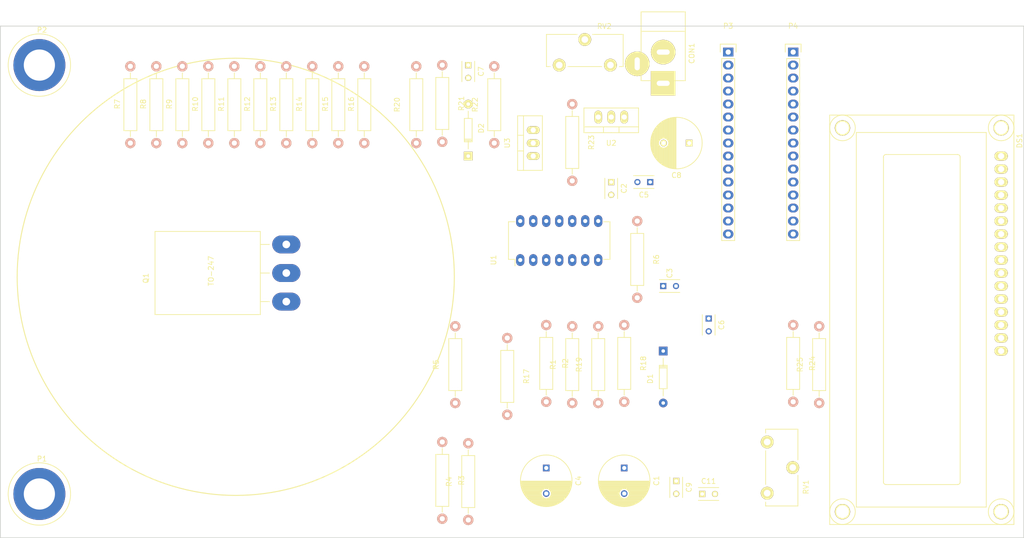
<source format=kicad_pcb>
(kicad_pcb (version 4) (host pcbnew 4.0.2+dfsg1-2~bpo8+1-stable)

  (general
    (links 97)
    (no_connects 97)
    (area 26.594999 35.484999 226.745001 135.635001)
    (thickness 1.6)
    (drawings 5)
    (tracks 0)
    (zones 0)
    (modules 49)
    (nets 31)
  )

  (page A4)
  (layers
    (0 F.Cu signal)
    (31 B.Cu signal)
    (32 B.Adhes user)
    (33 F.Adhes user)
    (34 B.Paste user)
    (35 F.Paste user)
    (36 B.SilkS user)
    (37 F.SilkS user)
    (38 B.Mask user)
    (39 F.Mask user)
    (40 Dwgs.User user)
    (41 Cmts.User user)
    (42 Eco1.User user)
    (43 Eco2.User user)
    (44 Edge.Cuts user)
    (45 Margin user)
    (46 B.CrtYd user)
    (47 F.CrtYd user)
    (48 B.Fab user)
    (49 F.Fab user)
  )

  (setup
    (last_trace_width 0.5)
    (trace_clearance 0.5)
    (zone_clearance 0.508)
    (zone_45_only no)
    (trace_min 0.2)
    (segment_width 0.2)
    (edge_width 0.15)
    (via_size 0.6)
    (via_drill 0.4)
    (via_min_size 0.4)
    (via_min_drill 0.3)
    (uvia_size 0.3)
    (uvia_drill 0.1)
    (uvias_allowed no)
    (uvia_min_size 0.2)
    (uvia_min_drill 0.1)
    (pcb_text_width 0.3)
    (pcb_text_size 1.5 1.5)
    (mod_edge_width 0.15)
    (mod_text_size 1 1)
    (mod_text_width 0.15)
    (pad_size 1.524 1.524)
    (pad_drill 0.762)
    (pad_to_mask_clearance 0.2)
    (aux_axis_origin 44.45 50.8)
    (grid_origin 26.67 35.56)
    (visible_elements 7FFFFFFF)
    (pcbplotparams
      (layerselection 0x00030_80000001)
      (usegerberextensions false)
      (excludeedgelayer true)
      (linewidth 0.100000)
      (plotframeref false)
      (viasonmask false)
      (mode 1)
      (useauxorigin false)
      (hpglpennumber 1)
      (hpglpenspeed 20)
      (hpglpendiameter 15)
      (hpglpenoverlay 2)
      (psnegative false)
      (psa4output false)
      (plotreference true)
      (plotvalue true)
      (plotinvisibletext false)
      (padsonsilk false)
      (subtractmaskfromsilk false)
      (outputformat 1)
      (mirror false)
      (drillshape 1)
      (scaleselection 1)
      (outputdirectory ""))
  )

  (net 0 "")
  (net 1 "Net-(C1-Pad1)")
  (net 2 GND)
  (net 3 "Net-(C2-Pad1)")
  (net 4 "Net-(C3-Pad1)")
  (net 5 "Net-(C3-Pad2)")
  (net 6 "Net-(C4-Pad1)")
  (net 7 "Net-(C4-Pad2)")
  (net 8 /ADC7)
  (net 9 /RESET/PC6)
  (net 10 /ADC6)
  (net 11 "Net-(Q1-Pad1)")
  (net 12 "Net-(Q1-Pad3)")
  (net 13 "Net-(R3-Pad1)")
  (net 14 "Net-(R3-Pad2)")
  (net 15 "Net-(R20-Pad1)")
  (net 16 +5V)
  (net 17 /CLKO/PB0)
  (net 18 /OC1B/PB2)
  (net 19 /T0/PD4)
  (net 20 /T1/PD5)
  (net 21 /AIN0/PD6)
  (net 22 /AIN1/PD7)
  (net 23 "Net-(R21-Pad1)")
  (net 24 +12V)
  (net 25 "Net-(C8-Pad1)")
  (net 26 "Net-(C11-Pad1)")
  (net 27 "Net-(DS1-Pad3)")
  (net 28 "Net-(DS1-Pad15)")
  (net 29 "Net-(R23-Pad1)")
  (net 30 "Net-(R24-Pad1)")

  (net_class Default "Dies ist die voreingestellte Netzklasse."
    (clearance 0.5)
    (trace_width 0.5)
    (via_dia 0.6)
    (via_drill 0.4)
    (uvia_dia 0.3)
    (uvia_drill 0.1)
    (add_net +12V)
    (add_net +5V)
    (add_net /ADC6)
    (add_net /ADC7)
    (add_net /AIN0/PD6)
    (add_net /AIN1/PD7)
    (add_net /CLKO/PB0)
    (add_net /OC1B/PB2)
    (add_net /RESET/PC6)
    (add_net /T0/PD4)
    (add_net /T1/PD5)
    (add_net GND)
    (add_net "Net-(C1-Pad1)")
    (add_net "Net-(C11-Pad1)")
    (add_net "Net-(C2-Pad1)")
    (add_net "Net-(C3-Pad1)")
    (add_net "Net-(C3-Pad2)")
    (add_net "Net-(C4-Pad2)")
    (add_net "Net-(C8-Pad1)")
    (add_net "Net-(DS1-Pad15)")
    (add_net "Net-(DS1-Pad3)")
    (add_net "Net-(Q1-Pad1)")
    (add_net "Net-(R20-Pad1)")
    (add_net "Net-(R21-Pad1)")
    (add_net "Net-(R23-Pad1)")
    (add_net "Net-(R24-Pad1)")
    (add_net "Net-(R3-Pad1)")
    (add_net "Net-(R3-Pad2)")
  )

  (net_class HeavyLoadNet ""
    (clearance 1)
    (trace_width 4)
    (via_dia 0.6)
    (via_drill 0.4)
    (uvia_dia 0.3)
    (uvia_drill 0.1)
    (add_net "Net-(C4-Pad1)")
    (add_net "Net-(Q1-Pad3)")
  )

  (module Capacitors_ThroughHole:C_Radial_D10_L20_P5 (layer F.Cu) (tedit 0) (tstamp 583887BD)
    (at 148.59 121.92 270)
    (descr "Radial Electrolytic Capacitor Diameter 10mm x Length 20mm, Pitch 5mm")
    (tags "Electrolytic Capacitor")
    (path /5838B9B5)
    (fp_text reference C1 (at 2.5 -6.3 270) (layer F.SilkS)
      (effects (font (size 1 1) (thickness 0.15)))
    )
    (fp_text value 100μ (at 2.5 6.3 270) (layer F.Fab)
      (effects (font (size 1 1) (thickness 0.15)))
    )
    (fp_line (start 2.575 -4.999) (end 2.575 4.999) (layer F.SilkS) (width 0.15))
    (fp_line (start 2.715 -4.995) (end 2.715 4.995) (layer F.SilkS) (width 0.15))
    (fp_line (start 2.855 -4.987) (end 2.855 4.987) (layer F.SilkS) (width 0.15))
    (fp_line (start 2.995 -4.975) (end 2.995 4.975) (layer F.SilkS) (width 0.15))
    (fp_line (start 3.135 -4.96) (end 3.135 4.96) (layer F.SilkS) (width 0.15))
    (fp_line (start 3.275 -4.94) (end 3.275 4.94) (layer F.SilkS) (width 0.15))
    (fp_line (start 3.415 -4.916) (end 3.415 4.916) (layer F.SilkS) (width 0.15))
    (fp_line (start 3.555 -4.887) (end 3.555 4.887) (layer F.SilkS) (width 0.15))
    (fp_line (start 3.695 -4.855) (end 3.695 4.855) (layer F.SilkS) (width 0.15))
    (fp_line (start 3.835 -4.818) (end 3.835 4.818) (layer F.SilkS) (width 0.15))
    (fp_line (start 3.975 -4.777) (end 3.975 4.777) (layer F.SilkS) (width 0.15))
    (fp_line (start 4.115 -4.732) (end 4.115 -0.466) (layer F.SilkS) (width 0.15))
    (fp_line (start 4.115 0.466) (end 4.115 4.732) (layer F.SilkS) (width 0.15))
    (fp_line (start 4.255 -4.682) (end 4.255 -0.667) (layer F.SilkS) (width 0.15))
    (fp_line (start 4.255 0.667) (end 4.255 4.682) (layer F.SilkS) (width 0.15))
    (fp_line (start 4.395 -4.627) (end 4.395 -0.796) (layer F.SilkS) (width 0.15))
    (fp_line (start 4.395 0.796) (end 4.395 4.627) (layer F.SilkS) (width 0.15))
    (fp_line (start 4.535 -4.567) (end 4.535 -0.885) (layer F.SilkS) (width 0.15))
    (fp_line (start 4.535 0.885) (end 4.535 4.567) (layer F.SilkS) (width 0.15))
    (fp_line (start 4.675 -4.502) (end 4.675 -0.946) (layer F.SilkS) (width 0.15))
    (fp_line (start 4.675 0.946) (end 4.675 4.502) (layer F.SilkS) (width 0.15))
    (fp_line (start 4.815 -4.432) (end 4.815 -0.983) (layer F.SilkS) (width 0.15))
    (fp_line (start 4.815 0.983) (end 4.815 4.432) (layer F.SilkS) (width 0.15))
    (fp_line (start 4.955 -4.356) (end 4.955 -0.999) (layer F.SilkS) (width 0.15))
    (fp_line (start 4.955 0.999) (end 4.955 4.356) (layer F.SilkS) (width 0.15))
    (fp_line (start 5.095 -4.274) (end 5.095 -0.995) (layer F.SilkS) (width 0.15))
    (fp_line (start 5.095 0.995) (end 5.095 4.274) (layer F.SilkS) (width 0.15))
    (fp_line (start 5.235 -4.186) (end 5.235 -0.972) (layer F.SilkS) (width 0.15))
    (fp_line (start 5.235 0.972) (end 5.235 4.186) (layer F.SilkS) (width 0.15))
    (fp_line (start 5.375 -4.091) (end 5.375 -0.927) (layer F.SilkS) (width 0.15))
    (fp_line (start 5.375 0.927) (end 5.375 4.091) (layer F.SilkS) (width 0.15))
    (fp_line (start 5.515 -3.989) (end 5.515 -0.857) (layer F.SilkS) (width 0.15))
    (fp_line (start 5.515 0.857) (end 5.515 3.989) (layer F.SilkS) (width 0.15))
    (fp_line (start 5.655 -3.879) (end 5.655 -0.756) (layer F.SilkS) (width 0.15))
    (fp_line (start 5.655 0.756) (end 5.655 3.879) (layer F.SilkS) (width 0.15))
    (fp_line (start 5.795 -3.761) (end 5.795 -0.607) (layer F.SilkS) (width 0.15))
    (fp_line (start 5.795 0.607) (end 5.795 3.761) (layer F.SilkS) (width 0.15))
    (fp_line (start 5.935 -3.633) (end 5.935 -0.355) (layer F.SilkS) (width 0.15))
    (fp_line (start 5.935 0.355) (end 5.935 3.633) (layer F.SilkS) (width 0.15))
    (fp_line (start 6.075 -3.496) (end 6.075 3.496) (layer F.SilkS) (width 0.15))
    (fp_line (start 6.215 -3.346) (end 6.215 3.346) (layer F.SilkS) (width 0.15))
    (fp_line (start 6.355 -3.184) (end 6.355 3.184) (layer F.SilkS) (width 0.15))
    (fp_line (start 6.495 -3.007) (end 6.495 3.007) (layer F.SilkS) (width 0.15))
    (fp_line (start 6.635 -2.811) (end 6.635 2.811) (layer F.SilkS) (width 0.15))
    (fp_line (start 6.775 -2.593) (end 6.775 2.593) (layer F.SilkS) (width 0.15))
    (fp_line (start 6.915 -2.347) (end 6.915 2.347) (layer F.SilkS) (width 0.15))
    (fp_line (start 7.055 -2.062) (end 7.055 2.062) (layer F.SilkS) (width 0.15))
    (fp_line (start 7.195 -1.72) (end 7.195 1.72) (layer F.SilkS) (width 0.15))
    (fp_line (start 7.335 -1.274) (end 7.335 1.274) (layer F.SilkS) (width 0.15))
    (fp_line (start 7.475 -0.499) (end 7.475 0.499) (layer F.SilkS) (width 0.15))
    (fp_circle (center 5 0) (end 5 -1) (layer F.SilkS) (width 0.15))
    (fp_circle (center 2.5 0) (end 2.5 -5.0375) (layer F.SilkS) (width 0.15))
    (fp_circle (center 2.5 0) (end 2.5 -5.3) (layer F.CrtYd) (width 0.05))
    (pad 1 thru_hole rect (at 0 0 270) (size 1.3 1.3) (drill 0.8) (layers *.Cu *.Mask)
      (net 1 "Net-(C1-Pad1)"))
    (pad 2 thru_hole circle (at 5 0 270) (size 1.3 1.3) (drill 0.8) (layers *.Cu *.Mask)
      (net 2 GND))
    (model Capacitors_ThroughHole.3dshapes/C_Radial_D10_L20_P5.wrl
      (at (xyz 0 0 0))
      (scale (xyz 1 1 1))
      (rotate (xyz 0 0 0))
    )
  )

  (module Capacitors_ThroughHole:C_Rect_L4_W2.5_P2.5 (layer F.Cu) (tedit 58389062) (tstamp 583887C9)
    (at 156.21 86.36)
    (descr "Film Capacitor Length 4mm x Width 2.5mm, Pitch 2.5mm")
    (tags Capacitor)
    (path /58372D16)
    (fp_text reference C3 (at 1.25 -2.5 90) (layer F.SilkS)
      (effects (font (size 1 1) (thickness 0.15)))
    )
    (fp_text value 10n (at 1.25 2.5 90) (layer F.Fab)
      (effects (font (size 1 1) (thickness 0.15)))
    )
    (fp_line (start -1 -1.5) (end 3.5 -1.5) (layer F.CrtYd) (width 0.05))
    (fp_line (start 3.5 -1.5) (end 3.5 1.5) (layer F.CrtYd) (width 0.05))
    (fp_line (start 3.5 1.5) (end -1 1.5) (layer F.CrtYd) (width 0.05))
    (fp_line (start -1 1.5) (end -1 -1.5) (layer F.CrtYd) (width 0.05))
    (fp_line (start -0.75 -1.25) (end 3.25 -1.25) (layer F.SilkS) (width 0.15))
    (fp_line (start -0.75 1.25) (end 3.25 1.25) (layer F.SilkS) (width 0.15))
    (pad 1 thru_hole rect (at 0 0) (size 1.2 1.2) (drill 0.7) (layers *.Cu *.Mask)
      (net 4 "Net-(C3-Pad1)"))
    (pad 2 thru_hole circle (at 2.5 0) (size 1.2 1.2) (drill 0.7) (layers *.Cu *.Mask)
      (net 5 "Net-(C3-Pad2)"))
  )

  (module Capacitors_ThroughHole:C_Radial_D10_L20_P5 (layer F.Cu) (tedit 0) (tstamp 583887CF)
    (at 133.35 121.92 270)
    (descr "Radial Electrolytic Capacitor Diameter 10mm x Length 20mm, Pitch 5mm")
    (tags "Electrolytic Capacitor")
    (path /58389373)
    (fp_text reference C4 (at 2.5 -6.3 270) (layer F.SilkS)
      (effects (font (size 1 1) (thickness 0.15)))
    )
    (fp_text value 10µ (at 2.5 6.3 270) (layer F.Fab)
      (effects (font (size 1 1) (thickness 0.15)))
    )
    (fp_line (start 2.575 -4.999) (end 2.575 4.999) (layer F.SilkS) (width 0.15))
    (fp_line (start 2.715 -4.995) (end 2.715 4.995) (layer F.SilkS) (width 0.15))
    (fp_line (start 2.855 -4.987) (end 2.855 4.987) (layer F.SilkS) (width 0.15))
    (fp_line (start 2.995 -4.975) (end 2.995 4.975) (layer F.SilkS) (width 0.15))
    (fp_line (start 3.135 -4.96) (end 3.135 4.96) (layer F.SilkS) (width 0.15))
    (fp_line (start 3.275 -4.94) (end 3.275 4.94) (layer F.SilkS) (width 0.15))
    (fp_line (start 3.415 -4.916) (end 3.415 4.916) (layer F.SilkS) (width 0.15))
    (fp_line (start 3.555 -4.887) (end 3.555 4.887) (layer F.SilkS) (width 0.15))
    (fp_line (start 3.695 -4.855) (end 3.695 4.855) (layer F.SilkS) (width 0.15))
    (fp_line (start 3.835 -4.818) (end 3.835 4.818) (layer F.SilkS) (width 0.15))
    (fp_line (start 3.975 -4.777) (end 3.975 4.777) (layer F.SilkS) (width 0.15))
    (fp_line (start 4.115 -4.732) (end 4.115 -0.466) (layer F.SilkS) (width 0.15))
    (fp_line (start 4.115 0.466) (end 4.115 4.732) (layer F.SilkS) (width 0.15))
    (fp_line (start 4.255 -4.682) (end 4.255 -0.667) (layer F.SilkS) (width 0.15))
    (fp_line (start 4.255 0.667) (end 4.255 4.682) (layer F.SilkS) (width 0.15))
    (fp_line (start 4.395 -4.627) (end 4.395 -0.796) (layer F.SilkS) (width 0.15))
    (fp_line (start 4.395 0.796) (end 4.395 4.627) (layer F.SilkS) (width 0.15))
    (fp_line (start 4.535 -4.567) (end 4.535 -0.885) (layer F.SilkS) (width 0.15))
    (fp_line (start 4.535 0.885) (end 4.535 4.567) (layer F.SilkS) (width 0.15))
    (fp_line (start 4.675 -4.502) (end 4.675 -0.946) (layer F.SilkS) (width 0.15))
    (fp_line (start 4.675 0.946) (end 4.675 4.502) (layer F.SilkS) (width 0.15))
    (fp_line (start 4.815 -4.432) (end 4.815 -0.983) (layer F.SilkS) (width 0.15))
    (fp_line (start 4.815 0.983) (end 4.815 4.432) (layer F.SilkS) (width 0.15))
    (fp_line (start 4.955 -4.356) (end 4.955 -0.999) (layer F.SilkS) (width 0.15))
    (fp_line (start 4.955 0.999) (end 4.955 4.356) (layer F.SilkS) (width 0.15))
    (fp_line (start 5.095 -4.274) (end 5.095 -0.995) (layer F.SilkS) (width 0.15))
    (fp_line (start 5.095 0.995) (end 5.095 4.274) (layer F.SilkS) (width 0.15))
    (fp_line (start 5.235 -4.186) (end 5.235 -0.972) (layer F.SilkS) (width 0.15))
    (fp_line (start 5.235 0.972) (end 5.235 4.186) (layer F.SilkS) (width 0.15))
    (fp_line (start 5.375 -4.091) (end 5.375 -0.927) (layer F.SilkS) (width 0.15))
    (fp_line (start 5.375 0.927) (end 5.375 4.091) (layer F.SilkS) (width 0.15))
    (fp_line (start 5.515 -3.989) (end 5.515 -0.857) (layer F.SilkS) (width 0.15))
    (fp_line (start 5.515 0.857) (end 5.515 3.989) (layer F.SilkS) (width 0.15))
    (fp_line (start 5.655 -3.879) (end 5.655 -0.756) (layer F.SilkS) (width 0.15))
    (fp_line (start 5.655 0.756) (end 5.655 3.879) (layer F.SilkS) (width 0.15))
    (fp_line (start 5.795 -3.761) (end 5.795 -0.607) (layer F.SilkS) (width 0.15))
    (fp_line (start 5.795 0.607) (end 5.795 3.761) (layer F.SilkS) (width 0.15))
    (fp_line (start 5.935 -3.633) (end 5.935 -0.355) (layer F.SilkS) (width 0.15))
    (fp_line (start 5.935 0.355) (end 5.935 3.633) (layer F.SilkS) (width 0.15))
    (fp_line (start 6.075 -3.496) (end 6.075 3.496) (layer F.SilkS) (width 0.15))
    (fp_line (start 6.215 -3.346) (end 6.215 3.346) (layer F.SilkS) (width 0.15))
    (fp_line (start 6.355 -3.184) (end 6.355 3.184) (layer F.SilkS) (width 0.15))
    (fp_line (start 6.495 -3.007) (end 6.495 3.007) (layer F.SilkS) (width 0.15))
    (fp_line (start 6.635 -2.811) (end 6.635 2.811) (layer F.SilkS) (width 0.15))
    (fp_line (start 6.775 -2.593) (end 6.775 2.593) (layer F.SilkS) (width 0.15))
    (fp_line (start 6.915 -2.347) (end 6.915 2.347) (layer F.SilkS) (width 0.15))
    (fp_line (start 7.055 -2.062) (end 7.055 2.062) (layer F.SilkS) (width 0.15))
    (fp_line (start 7.195 -1.72) (end 7.195 1.72) (layer F.SilkS) (width 0.15))
    (fp_line (start 7.335 -1.274) (end 7.335 1.274) (layer F.SilkS) (width 0.15))
    (fp_line (start 7.475 -0.499) (end 7.475 0.499) (layer F.SilkS) (width 0.15))
    (fp_circle (center 5 0) (end 5 -1) (layer F.SilkS) (width 0.15))
    (fp_circle (center 2.5 0) (end 2.5 -5.0375) (layer F.SilkS) (width 0.15))
    (fp_circle (center 2.5 0) (end 2.5 -5.3) (layer F.CrtYd) (width 0.05))
    (pad 1 thru_hole rect (at 0 0 270) (size 1.3 1.3) (drill 0.8) (layers *.Cu *.Mask)
      (net 6 "Net-(C4-Pad1)"))
    (pad 2 thru_hole circle (at 5 0 270) (size 1.3 1.3) (drill 0.8) (layers *.Cu *.Mask)
      (net 7 "Net-(C4-Pad2)"))
    (model Capacitors_ThroughHole.3dshapes/C_Radial_D10_L20_P5.wrl
      (at (xyz 0 0 0))
      (scale (xyz 1 1 1))
      (rotate (xyz 0 0 0))
    )
  )

  (module Capacitors_ThroughHole:C_Rect_L4_W2.5_P2.5 (layer F.Cu) (tedit 0) (tstamp 583887D5)
    (at 153.67 66.04 180)
    (descr "Film Capacitor Length 4mm x Width 2.5mm, Pitch 2.5mm")
    (tags Capacitor)
    (path /583892DC)
    (fp_text reference C5 (at 1.25 -2.5 180) (layer F.SilkS)
      (effects (font (size 1 1) (thickness 0.15)))
    )
    (fp_text value 100n (at 1.25 2.5 180) (layer F.Fab)
      (effects (font (size 1 1) (thickness 0.15)))
    )
    (fp_line (start -1 -1.5) (end 3.5 -1.5) (layer F.CrtYd) (width 0.05))
    (fp_line (start 3.5 -1.5) (end 3.5 1.5) (layer F.CrtYd) (width 0.05))
    (fp_line (start 3.5 1.5) (end -1 1.5) (layer F.CrtYd) (width 0.05))
    (fp_line (start -1 1.5) (end -1 -1.5) (layer F.CrtYd) (width 0.05))
    (fp_line (start -0.75 -1.25) (end 3.25 -1.25) (layer F.SilkS) (width 0.15))
    (fp_line (start -0.75 1.25) (end 3.25 1.25) (layer F.SilkS) (width 0.15))
    (pad 1 thru_hole rect (at 0 0 180) (size 1.2 1.2) (drill 0.7) (layers *.Cu *.Mask)
      (net 6 "Net-(C4-Pad1)"))
    (pad 2 thru_hole circle (at 2.5 0 180) (size 1.2 1.2) (drill 0.7) (layers *.Cu *.Mask)
      (net 2 GND))
  )

  (module Capacitors_ThroughHole:C_Rect_L4_W2.5_P2.5 (layer F.Cu) (tedit 0) (tstamp 583887DB)
    (at 165.1 92.71 270)
    (descr "Film Capacitor Length 4mm x Width 2.5mm, Pitch 2.5mm")
    (tags Capacitor)
    (path /583887FF)
    (fp_text reference C6 (at 1.25 -2.5 270) (layer F.SilkS)
      (effects (font (size 1 1) (thickness 0.15)))
    )
    (fp_text value 100n (at 1.25 2.5 270) (layer F.Fab)
      (effects (font (size 1 1) (thickness 0.15)))
    )
    (fp_line (start -1 -1.5) (end 3.5 -1.5) (layer F.CrtYd) (width 0.05))
    (fp_line (start 3.5 -1.5) (end 3.5 1.5) (layer F.CrtYd) (width 0.05))
    (fp_line (start 3.5 1.5) (end -1 1.5) (layer F.CrtYd) (width 0.05))
    (fp_line (start -1 1.5) (end -1 -1.5) (layer F.CrtYd) (width 0.05))
    (fp_line (start -0.75 -1.25) (end 3.25 -1.25) (layer F.SilkS) (width 0.15))
    (fp_line (start -0.75 1.25) (end 3.25 1.25) (layer F.SilkS) (width 0.15))
    (pad 1 thru_hole rect (at 0 0 270) (size 1.2 1.2) (drill 0.7) (layers *.Cu *.Mask)
      (net 8 /ADC7))
    (pad 2 thru_hole circle (at 2.5 0 270) (size 1.2 1.2) (drill 0.7) (layers *.Cu *.Mask)
      (net 2 GND))
  )

  (module Diodes_ThroughHole:Diode_DO-35_SOD27_Horizontal_RM10 (layer F.Cu) (tedit 552FFC30) (tstamp 583887E1)
    (at 156.21 99.06 270)
    (descr "Diode, DO-35,  SOD27, Horizontal, RM 10mm")
    (tags "Diode, DO-35, SOD27, Horizontal, RM 10mm, 1N4148,")
    (path /58392A17)
    (fp_text reference D1 (at 5.43052 2.53746 270) (layer F.SilkS)
      (effects (font (size 1 1) (thickness 0.15)))
    )
    (fp_text value 5,1V (at 4.41452 -3.55854 270) (layer F.Fab)
      (effects (font (size 1 1) (thickness 0.15)))
    )
    (fp_line (start 7.36652 -0.00254) (end 8.76352 -0.00254) (layer F.SilkS) (width 0.15))
    (fp_line (start 2.92152 -0.00254) (end 1.39752 -0.00254) (layer F.SilkS) (width 0.15))
    (fp_line (start 3.30252 -0.76454) (end 3.30252 0.75946) (layer F.SilkS) (width 0.15))
    (fp_line (start 3.04852 -0.76454) (end 3.04852 0.75946) (layer F.SilkS) (width 0.15))
    (fp_line (start 2.79452 -0.00254) (end 2.79452 0.75946) (layer F.SilkS) (width 0.15))
    (fp_line (start 2.79452 0.75946) (end 7.36652 0.75946) (layer F.SilkS) (width 0.15))
    (fp_line (start 7.36652 0.75946) (end 7.36652 -0.76454) (layer F.SilkS) (width 0.15))
    (fp_line (start 7.36652 -0.76454) (end 2.79452 -0.76454) (layer F.SilkS) (width 0.15))
    (fp_line (start 2.79452 -0.76454) (end 2.79452 -0.00254) (layer F.SilkS) (width 0.15))
    (pad 2 thru_hole circle (at 10.16052 -0.00254 90) (size 1.69926 1.69926) (drill 0.70104) (layers *.Cu *.Mask)
      (net 2 GND))
    (pad 1 thru_hole rect (at 0.00052 -0.00254 90) (size 1.69926 1.69926) (drill 0.70104) (layers *.Cu *.Mask)
      (net 8 /ADC7))
    (model Diodes_ThroughHole.3dshapes/Diode_DO-35_SOD27_Horizontal_RM10.wrl
      (at (xyz 0.2 0 0))
      (scale (xyz 0.4 0.4 0.4))
      (rotate (xyz 0 0 180))
    )
  )

  (module Connect:Banana_Jack_1Pin (layer F.Cu) (tedit 0) (tstamp 583887E6)
    (at 34.29 127)
    (descr "Single banana socket, footprint - 6mm drill")
    (tags "banana socket")
    (path /583972CD)
    (fp_text reference P1 (at 0.508 -6.858) (layer F.SilkS)
      (effects (font (size 1 1) (thickness 0.15)))
    )
    (fp_text value DCLOAD+ (at 0.762 -8.382) (layer F.Fab)
      (effects (font (size 1 1) (thickness 0.15)))
    )
    (fp_circle (center 0 0) (end 0 -6.096) (layer F.SilkS) (width 0.15))
    (pad 1 thru_hole circle (at 0 0) (size 10.16 10.16) (drill 6.096) (layers *.Cu *.Mask)
      (net 6 "Net-(C4-Pad1)"))
    (model Connect.3dshapes/Banana_Jack_1Pin.wrl
      (at (xyz 0 0 0))
      (scale (xyz 2 2 2))
      (rotate (xyz 0 0 0))
    )
  )

  (module Connect:Banana_Jack_1Pin (layer F.Cu) (tedit 0) (tstamp 583887EB)
    (at 34.29 43.18)
    (descr "Single banana socket, footprint - 6mm drill")
    (tags "banana socket")
    (path /58391719)
    (fp_text reference P2 (at 0.508 -6.858) (layer F.SilkS)
      (effects (font (size 1 1) (thickness 0.15)))
    )
    (fp_text value DCLOAD- (at 0.762 -8.382) (layer F.Fab)
      (effects (font (size 1 1) (thickness 0.15)))
    )
    (fp_circle (center 0 0) (end 0 -6.096) (layer F.SilkS) (width 0.15))
    (pad 1 thru_hole circle (at 0 0) (size 10.16 10.16) (drill 6.096) (layers *.Cu *.Mask)
      (net 2 GND))
    (model Connect.3dshapes/Banana_Jack_1Pin.wrl
      (at (xyz 0 0 0))
      (scale (xyz 2 2 2))
      (rotate (xyz 0 0 0))
    )
  )

  (module Pin_Headers:Pin_Header_Straight_1x15 (layer F.Cu) (tedit 0) (tstamp 583887FE)
    (at 168.91 40.64)
    (descr "Through hole pin header")
    (tags "pin header")
    (path /58389F3C)
    (fp_text reference P3 (at 0 -5.1) (layer F.SilkS)
      (effects (font (size 1 1) (thickness 0.15)))
    )
    (fp_text value CONN_01X15 (at 0 -3.1) (layer F.Fab)
      (effects (font (size 1 1) (thickness 0.15)))
    )
    (fp_line (start -1.75 -1.75) (end -1.75 37.35) (layer F.CrtYd) (width 0.05))
    (fp_line (start 1.75 -1.75) (end 1.75 37.35) (layer F.CrtYd) (width 0.05))
    (fp_line (start -1.75 -1.75) (end 1.75 -1.75) (layer F.CrtYd) (width 0.05))
    (fp_line (start -1.75 37.35) (end 1.75 37.35) (layer F.CrtYd) (width 0.05))
    (fp_line (start -1.27 1.27) (end -1.27 36.83) (layer F.SilkS) (width 0.15))
    (fp_line (start -1.27 36.83) (end 1.27 36.83) (layer F.SilkS) (width 0.15))
    (fp_line (start 1.27 36.83) (end 1.27 1.27) (layer F.SilkS) (width 0.15))
    (fp_line (start 1.55 -1.55) (end 1.55 0) (layer F.SilkS) (width 0.15))
    (fp_line (start 1.27 1.27) (end -1.27 1.27) (layer F.SilkS) (width 0.15))
    (fp_line (start -1.55 0) (end -1.55 -1.55) (layer F.SilkS) (width 0.15))
    (fp_line (start -1.55 -1.55) (end 1.55 -1.55) (layer F.SilkS) (width 0.15))
    (pad 1 thru_hole rect (at 0 0) (size 2.032 1.7272) (drill 1.016) (layers *.Cu *.Mask))
    (pad 2 thru_hole oval (at 0 2.54) (size 2.032 1.7272) (drill 1.016) (layers *.Cu *.Mask))
    (pad 3 thru_hole oval (at 0 5.08) (size 2.032 1.7272) (drill 1.016) (layers *.Cu *.Mask)
      (net 9 /RESET/PC6))
    (pad 4 thru_hole oval (at 0 7.62) (size 2.032 1.7272) (drill 1.016) (layers *.Cu *.Mask)
      (net 2 GND))
    (pad 5 thru_hole oval (at 0 10.16) (size 2.032 1.7272) (drill 1.016) (layers *.Cu *.Mask))
    (pad 6 thru_hole oval (at 0 12.7) (size 2.032 1.7272) (drill 1.016) (layers *.Cu *.Mask))
    (pad 7 thru_hole oval (at 0 15.24) (size 2.032 1.7272) (drill 1.016) (layers *.Cu *.Mask)
      (net 19 /T0/PD4))
    (pad 8 thru_hole oval (at 0 17.78) (size 2.032 1.7272) (drill 1.016) (layers *.Cu *.Mask)
      (net 20 /T1/PD5))
    (pad 9 thru_hole oval (at 0 20.32) (size 2.032 1.7272) (drill 1.016) (layers *.Cu *.Mask)
      (net 21 /AIN0/PD6))
    (pad 10 thru_hole oval (at 0 22.86) (size 2.032 1.7272) (drill 1.016) (layers *.Cu *.Mask)
      (net 22 /AIN1/PD7))
    (pad 11 thru_hole oval (at 0 25.4) (size 2.032 1.7272) (drill 1.016) (layers *.Cu *.Mask)
      (net 17 /CLKO/PB0))
    (pad 12 thru_hole oval (at 0 27.94) (size 2.032 1.7272) (drill 1.016) (layers *.Cu *.Mask))
    (pad 13 thru_hole oval (at 0 30.48) (size 2.032 1.7272) (drill 1.016) (layers *.Cu *.Mask)
      (net 18 /OC1B/PB2))
    (pad 14 thru_hole oval (at 0 33.02) (size 2.032 1.7272) (drill 1.016) (layers *.Cu *.Mask))
    (pad 15 thru_hole oval (at 0 35.56) (size 2.032 1.7272) (drill 1.016) (layers *.Cu *.Mask))
    (model Pin_Headers.3dshapes/Pin_Header_Straight_1x15.wrl
      (at (xyz 0 -0.7 0))
      (scale (xyz 1 1 1))
      (rotate (xyz 0 0 90))
    )
  )

  (module Pin_Headers:Pin_Header_Straight_1x15 (layer F.Cu) (tedit 0) (tstamp 58388811)
    (at 181.61 40.64)
    (descr "Through hole pin header")
    (tags "pin header")
    (path /5838A26B)
    (fp_text reference P4 (at 0 -5.1) (layer F.SilkS)
      (effects (font (size 1 1) (thickness 0.15)))
    )
    (fp_text value CONN_01X15 (at 0 -3.1) (layer F.Fab)
      (effects (font (size 1 1) (thickness 0.15)))
    )
    (fp_line (start -1.75 -1.75) (end -1.75 37.35) (layer F.CrtYd) (width 0.05))
    (fp_line (start 1.75 -1.75) (end 1.75 37.35) (layer F.CrtYd) (width 0.05))
    (fp_line (start -1.75 -1.75) (end 1.75 -1.75) (layer F.CrtYd) (width 0.05))
    (fp_line (start -1.75 37.35) (end 1.75 37.35) (layer F.CrtYd) (width 0.05))
    (fp_line (start -1.27 1.27) (end -1.27 36.83) (layer F.SilkS) (width 0.15))
    (fp_line (start -1.27 36.83) (end 1.27 36.83) (layer F.SilkS) (width 0.15))
    (fp_line (start 1.27 36.83) (end 1.27 1.27) (layer F.SilkS) (width 0.15))
    (fp_line (start 1.55 -1.55) (end 1.55 0) (layer F.SilkS) (width 0.15))
    (fp_line (start 1.27 1.27) (end -1.27 1.27) (layer F.SilkS) (width 0.15))
    (fp_line (start -1.55 0) (end -1.55 -1.55) (layer F.SilkS) (width 0.15))
    (fp_line (start -1.55 -1.55) (end 1.55 -1.55) (layer F.SilkS) (width 0.15))
    (pad 1 thru_hole rect (at 0 0) (size 2.032 1.7272) (drill 1.016) (layers *.Cu *.Mask))
    (pad 2 thru_hole oval (at 0 2.54) (size 2.032 1.7272) (drill 1.016) (layers *.Cu *.Mask)
      (net 2 GND))
    (pad 3 thru_hole oval (at 0 5.08) (size 2.032 1.7272) (drill 1.016) (layers *.Cu *.Mask)
      (net 9 /RESET/PC6))
    (pad 4 thru_hole oval (at 0 7.62) (size 2.032 1.7272) (drill 1.016) (layers *.Cu *.Mask)
      (net 16 +5V))
    (pad 5 thru_hole oval (at 0 10.16) (size 2.032 1.7272) (drill 1.016) (layers *.Cu *.Mask)
      (net 8 /ADC7))
    (pad 6 thru_hole oval (at 0 12.7) (size 2.032 1.7272) (drill 1.016) (layers *.Cu *.Mask)
      (net 10 /ADC6))
    (pad 7 thru_hole oval (at 0 15.24) (size 2.032 1.7272) (drill 1.016) (layers *.Cu *.Mask))
    (pad 8 thru_hole oval (at 0 17.78) (size 2.032 1.7272) (drill 1.016) (layers *.Cu *.Mask))
    (pad 9 thru_hole oval (at 0 20.32) (size 2.032 1.7272) (drill 1.016) (layers *.Cu *.Mask))
    (pad 10 thru_hole oval (at 0 22.86) (size 2.032 1.7272) (drill 1.016) (layers *.Cu *.Mask))
    (pad 11 thru_hole oval (at 0 25.4) (size 2.032 1.7272) (drill 1.016) (layers *.Cu *.Mask))
    (pad 12 thru_hole oval (at 0 27.94) (size 2.032 1.7272) (drill 1.016) (layers *.Cu *.Mask))
    (pad 13 thru_hole oval (at 0 30.48) (size 2.032 1.7272) (drill 1.016) (layers *.Cu *.Mask))
    (pad 14 thru_hole oval (at 0 33.02) (size 2.032 1.7272) (drill 1.016) (layers *.Cu *.Mask))
    (pad 15 thru_hole oval (at 0 35.56) (size 2.032 1.7272) (drill 1.016) (layers *.Cu *.Mask))
    (model Pin_Headers.3dshapes/Pin_Header_Straight_1x15.wrl
      (at (xyz 0 -0.7 0))
      (scale (xyz 1 1 1))
      (rotate (xyz 0 0 90))
    )
  )

  (module TO_SOT_Packages_THT:TO-247_Horizontal_Neutral123_largePads (layer F.Cu) (tedit 0) (tstamp 58388819)
    (at 82.55 83.82 90)
    (descr "Transistor FET TO-247 TO-218 TOP-3, 1=Gate 2=Drain 3=Source, lying horizontal, Front upward, large Pads")
    (tags "Transistor FET GDS TO-247 TO-218 TOP-3 large Pads")
    (path /5837AFEC)
    (fp_text reference Q1 (at -1.016 -27.432 90) (layer F.SilkS)
      (effects (font (size 1 1) (thickness 0.15)))
    )
    (fp_text value IRFP250N (at 1.27 5.334 90) (layer F.Fab)
      (effects (font (size 1 1) (thickness 0.15)))
    )
    (fp_line (start -5.588 -3.302) (end -5.588 -5.08) (layer F.SilkS) (width 0.15))
    (fp_line (start 0 -3.302) (end 0 -5.08) (layer F.SilkS) (width 0.15))
    (fp_line (start 5.588 -3.302) (end 5.588 -5.08) (layer F.SilkS) (width 0.15))
    (fp_text user TO-247 (at 0.4064 -14.7066 90) (layer F.SilkS)
      (effects (font (size 1 1) (thickness 0.15)))
    )
    (fp_circle (center 0 -19.558) (end 1.778 -19.558) (layer F.SilkS) (width 0.15))
    (fp_line (start 8.128 -25.654) (end 8.128 -5.08) (layer F.SilkS) (width 0.15))
    (fp_line (start -8.128 -25.654) (end 8.128 -25.654) (layer F.SilkS) (width 0.15))
    (fp_line (start -8.128 -5.08) (end -8.128 -25.654) (layer F.SilkS) (width 0.15))
    (fp_line (start 8.128 -5.08) (end -8.128 -5.08) (layer F.SilkS) (width 0.15))
    (pad 2 thru_hole oval (at 0 0 180) (size 5.50164 3.50012) (drill 1.50114) (layers *.Cu *.Mask)
      (net 6 "Net-(C4-Pad1)"))
    (pad 1 thru_hole oval (at -5.588 0 180) (size 5.50164 3.50012) (drill 1.50114) (layers *.Cu *.Mask)
      (net 11 "Net-(Q1-Pad1)"))
    (pad 3 thru_hole oval (at 5.588 0 180) (size 5.50164 3.50012) (drill 1.50114) (layers *.Cu *.Mask)
      (net 12 "Net-(Q1-Pad3)"))
    (pad "" np_thru_hole circle (at 0 -19.558 90) (size 4.0005 4.0005) (drill 4.0005) (layers *.Cu *.Mask))
  )

  (module Resistors_ThroughHole:Resistor_Horizontal_RM15mm (layer F.Cu) (tedit 569FCEE8) (tstamp 5838881F)
    (at 138.43 109.22 90)
    (descr "Resistor, Axial, RM 15mm,")
    (tags "Resistor Axial RM 15mm")
    (path /58371E1B)
    (fp_text reference R1 (at 7.5 -3.74904 90) (layer F.SilkS)
      (effects (font (size 1 1) (thickness 0.15)))
    )
    (fp_text value 100k (at 7.5 4.0005 90) (layer F.Fab)
      (effects (font (size 1 1) (thickness 0.15)))
    )
    (fp_line (start -1.25 1.5) (end -1.25 -1.5) (layer F.CrtYd) (width 0.05))
    (fp_line (start -1.25 -1.5) (end 16.25 -1.5) (layer F.CrtYd) (width 0.05))
    (fp_line (start 16.25 -1.5) (end 16.25 1.5) (layer F.CrtYd) (width 0.05))
    (fp_line (start 16.25 1.5) (end -1.25 1.5) (layer F.CrtYd) (width 0.05))
    (fp_line (start 2.42 -1.27) (end 2.42 1.27) (layer F.SilkS) (width 0.15))
    (fp_line (start 2.42 1.27) (end 12.58 1.27) (layer F.SilkS) (width 0.15))
    (fp_line (start 12.58 1.27) (end 12.58 -1.27) (layer F.SilkS) (width 0.15))
    (fp_line (start 12.58 -1.27) (end 2.42 -1.27) (layer F.SilkS) (width 0.15))
    (fp_line (start 13.73 0) (end 12.58 0) (layer F.SilkS) (width 0.15))
    (fp_line (start 1.27 0) (end 2.42 0) (layer F.SilkS) (width 0.15))
    (pad 1 thru_hole circle (at 0 0 90) (size 1.99898 1.99898) (drill 1.00076) (layers *.Cu *.SilkS *.Mask)
      (net 1 "Net-(C1-Pad1)"))
    (pad 2 thru_hole circle (at 15 0 90) (size 1.99898 1.99898) (drill 1.00076) (layers *.Cu *.SilkS *.Mask))
    (model Resistors_ThroughHole.3dshapes/Resistor_Horizontal_RM15mm.wrl
      (at (xyz 0.295 0 0))
      (scale (xyz 0.395 0.4 0.4))
      (rotate (xyz 0 0 0))
    )
  )

  (module Resistors_ThroughHole:Resistor_Horizontal_RM15mm (layer F.Cu) (tedit 569FCEE8) (tstamp 58388825)
    (at 133.35 93.98 270)
    (descr "Resistor, Axial, RM 15mm,")
    (tags "Resistor Axial RM 15mm")
    (path /5837241C)
    (fp_text reference R2 (at 7.5 -3.74904 270) (layer F.SilkS)
      (effects (font (size 1 1) (thickness 0.15)))
    )
    (fp_text value 100k (at 7.5 4.0005 270) (layer F.Fab)
      (effects (font (size 1 1) (thickness 0.15)))
    )
    (fp_line (start -1.25 1.5) (end -1.25 -1.5) (layer F.CrtYd) (width 0.05))
    (fp_line (start -1.25 -1.5) (end 16.25 -1.5) (layer F.CrtYd) (width 0.05))
    (fp_line (start 16.25 -1.5) (end 16.25 1.5) (layer F.CrtYd) (width 0.05))
    (fp_line (start 16.25 1.5) (end -1.25 1.5) (layer F.CrtYd) (width 0.05))
    (fp_line (start 2.42 -1.27) (end 2.42 1.27) (layer F.SilkS) (width 0.15))
    (fp_line (start 2.42 1.27) (end 12.58 1.27) (layer F.SilkS) (width 0.15))
    (fp_line (start 12.58 1.27) (end 12.58 -1.27) (layer F.SilkS) (width 0.15))
    (fp_line (start 12.58 -1.27) (end 2.42 -1.27) (layer F.SilkS) (width 0.15))
    (fp_line (start 13.73 0) (end 12.58 0) (layer F.SilkS) (width 0.15))
    (fp_line (start 1.27 0) (end 2.42 0) (layer F.SilkS) (width 0.15))
    (pad 1 thru_hole circle (at 0 0 270) (size 1.99898 1.99898) (drill 1.00076) (layers *.Cu *.SilkS *.Mask)
      (net 3 "Net-(C2-Pad1)"))
    (pad 2 thru_hole circle (at 15 0 270) (size 1.99898 1.99898) (drill 1.00076) (layers *.Cu *.SilkS *.Mask)
      (net 1 "Net-(C1-Pad1)"))
    (model Resistors_ThroughHole.3dshapes/Resistor_Horizontal_RM15mm.wrl
      (at (xyz 0.295 0 0))
      (scale (xyz 0.395 0.4 0.4))
      (rotate (xyz 0 0 0))
    )
  )

  (module Resistors_ThroughHole:Resistor_Horizontal_RM15mm (layer F.Cu) (tedit 583C1073) (tstamp 5838882B)
    (at 113.03 116.84 270)
    (descr "Resistor, Axial, RM 15mm,")
    (tags "Resistor Axial RM 15mm")
    (path /583724AB)
    (fp_text reference R3 (at 7.5 -3.74904 450) (layer F.SilkS)
      (effects (font (size 1 1) (thickness 0.15)))
    )
    (fp_text value 18k (at 7.5 4.0005 270) (layer F.Fab)
      (effects (font (size 1 1) (thickness 0.15)))
    )
    (fp_line (start -1.25 1.5) (end -1.25 -1.5) (layer F.CrtYd) (width 0.05))
    (fp_line (start -1.25 -1.5) (end 16.25 -1.5) (layer F.CrtYd) (width 0.05))
    (fp_line (start 16.25 -1.5) (end 16.25 1.5) (layer F.CrtYd) (width 0.05))
    (fp_line (start 16.25 1.5) (end -1.25 1.5) (layer F.CrtYd) (width 0.05))
    (fp_line (start 2.42 -1.27) (end 2.42 1.27) (layer F.SilkS) (width 0.15))
    (fp_line (start 2.42 1.27) (end 12.58 1.27) (layer F.SilkS) (width 0.15))
    (fp_line (start 12.58 1.27) (end 12.58 -1.27) (layer F.SilkS) (width 0.15))
    (fp_line (start 12.58 -1.27) (end 2.42 -1.27) (layer F.SilkS) (width 0.15))
    (fp_line (start 13.73 0) (end 12.58 0) (layer F.SilkS) (width 0.15))
    (fp_line (start 1.27 0) (end 2.42 0) (layer F.SilkS) (width 0.15))
    (pad 1 thru_hole circle (at 0 0 270) (size 1.99898 1.99898) (drill 1.00076) (layers *.Cu *.SilkS *.Mask)
      (net 13 "Net-(R3-Pad1)"))
    (pad 2 thru_hole circle (at 15 0 270) (size 1.99898 1.99898) (drill 1.00076) (layers *.Cu *.SilkS *.Mask)
      (net 14 "Net-(R3-Pad2)"))
    (model Resistors_ThroughHole.3dshapes/Resistor_Horizontal_RM15mm.wrl
      (at (xyz 0.295 0 0))
      (scale (xyz 0.395 0.4 0.4))
      (rotate (xyz 0 0 0))
    )
  )

  (module Resistors_ThroughHole:Resistor_Horizontal_RM15mm (layer F.Cu) (tedit 569FCEE8) (tstamp 58388831)
    (at 118.11 132.08 90)
    (descr "Resistor, Axial, RM 15mm,")
    (tags "Resistor Axial RM 15mm")
    (path /58372528)
    (fp_text reference R4 (at 7.5 -3.74904 90) (layer F.SilkS)
      (effects (font (size 1 1) (thickness 0.15)))
    )
    (fp_text value 2k (at 7.5 4.0005 90) (layer F.Fab)
      (effects (font (size 1 1) (thickness 0.15)))
    )
    (fp_line (start -1.25 1.5) (end -1.25 -1.5) (layer F.CrtYd) (width 0.05))
    (fp_line (start -1.25 -1.5) (end 16.25 -1.5) (layer F.CrtYd) (width 0.05))
    (fp_line (start 16.25 -1.5) (end 16.25 1.5) (layer F.CrtYd) (width 0.05))
    (fp_line (start 16.25 1.5) (end -1.25 1.5) (layer F.CrtYd) (width 0.05))
    (fp_line (start 2.42 -1.27) (end 2.42 1.27) (layer F.SilkS) (width 0.15))
    (fp_line (start 2.42 1.27) (end 12.58 1.27) (layer F.SilkS) (width 0.15))
    (fp_line (start 12.58 1.27) (end 12.58 -1.27) (layer F.SilkS) (width 0.15))
    (fp_line (start 12.58 -1.27) (end 2.42 -1.27) (layer F.SilkS) (width 0.15))
    (fp_line (start 13.73 0) (end 12.58 0) (layer F.SilkS) (width 0.15))
    (fp_line (start 1.27 0) (end 2.42 0) (layer F.SilkS) (width 0.15))
    (pad 1 thru_hole circle (at 0 0 90) (size 1.99898 1.99898) (drill 1.00076) (layers *.Cu *.SilkS *.Mask)
      (net 14 "Net-(R3-Pad2)"))
    (pad 2 thru_hole circle (at 15 0 90) (size 1.99898 1.99898) (drill 1.00076) (layers *.Cu *.SilkS *.Mask)
      (net 2 GND))
    (model Resistors_ThroughHole.3dshapes/Resistor_Horizontal_RM15mm.wrl
      (at (xyz 0.295 0 0))
      (scale (xyz 0.395 0.4 0.4))
      (rotate (xyz 0 0 0))
    )
  )

  (module Resistors_ThroughHole:Resistor_Horizontal_RM15mm (layer F.Cu) (tedit 569FCEE8) (tstamp 58388837)
    (at 115.57 109.22 90)
    (descr "Resistor, Axial, RM 15mm,")
    (tags "Resistor Axial RM 15mm")
    (path /5837256B)
    (fp_text reference R5 (at 7.5 -3.74904 90) (layer F.SilkS)
      (effects (font (size 1 1) (thickness 0.15)))
    )
    (fp_text value 470 (at 7.5 4.0005 90) (layer F.Fab)
      (effects (font (size 1 1) (thickness 0.15)))
    )
    (fp_line (start -1.25 1.5) (end -1.25 -1.5) (layer F.CrtYd) (width 0.05))
    (fp_line (start -1.25 -1.5) (end 16.25 -1.5) (layer F.CrtYd) (width 0.05))
    (fp_line (start 16.25 -1.5) (end 16.25 1.5) (layer F.CrtYd) (width 0.05))
    (fp_line (start 16.25 1.5) (end -1.25 1.5) (layer F.CrtYd) (width 0.05))
    (fp_line (start 2.42 -1.27) (end 2.42 1.27) (layer F.SilkS) (width 0.15))
    (fp_line (start 2.42 1.27) (end 12.58 1.27) (layer F.SilkS) (width 0.15))
    (fp_line (start 12.58 1.27) (end 12.58 -1.27) (layer F.SilkS) (width 0.15))
    (fp_line (start 12.58 -1.27) (end 2.42 -1.27) (layer F.SilkS) (width 0.15))
    (fp_line (start 13.73 0) (end 12.58 0) (layer F.SilkS) (width 0.15))
    (fp_line (start 1.27 0) (end 2.42 0) (layer F.SilkS) (width 0.15))
    (pad 1 thru_hole circle (at 0 0 90) (size 1.99898 1.99898) (drill 1.00076) (layers *.Cu *.SilkS *.Mask)
      (net 11 "Net-(Q1-Pad1)"))
    (pad 2 thru_hole circle (at 15 0 90) (size 1.99898 1.99898) (drill 1.00076) (layers *.Cu *.SilkS *.Mask)
      (net 4 "Net-(C3-Pad1)"))
    (model Resistors_ThroughHole.3dshapes/Resistor_Horizontal_RM15mm.wrl
      (at (xyz 0.295 0 0))
      (scale (xyz 0.395 0.4 0.4))
      (rotate (xyz 0 0 0))
    )
  )

  (module Resistors_ThroughHole:Resistor_Horizontal_RM15mm (layer F.Cu) (tedit 569FCEE8) (tstamp 5838883D)
    (at 151.13 73.66 270)
    (descr "Resistor, Axial, RM 15mm,")
    (tags "Resistor Axial RM 15mm")
    (path /583728A1)
    (fp_text reference R6 (at 7.5 -3.74904 270) (layer F.SilkS)
      (effects (font (size 1 1) (thickness 0.15)))
    )
    (fp_text value 1k (at 7.5 4.0005 270) (layer F.Fab)
      (effects (font (size 1 1) (thickness 0.15)))
    )
    (fp_line (start -1.25 1.5) (end -1.25 -1.5) (layer F.CrtYd) (width 0.05))
    (fp_line (start -1.25 -1.5) (end 16.25 -1.5) (layer F.CrtYd) (width 0.05))
    (fp_line (start 16.25 -1.5) (end 16.25 1.5) (layer F.CrtYd) (width 0.05))
    (fp_line (start 16.25 1.5) (end -1.25 1.5) (layer F.CrtYd) (width 0.05))
    (fp_line (start 2.42 -1.27) (end 2.42 1.27) (layer F.SilkS) (width 0.15))
    (fp_line (start 2.42 1.27) (end 12.58 1.27) (layer F.SilkS) (width 0.15))
    (fp_line (start 12.58 1.27) (end 12.58 -1.27) (layer F.SilkS) (width 0.15))
    (fp_line (start 12.58 -1.27) (end 2.42 -1.27) (layer F.SilkS) (width 0.15))
    (fp_line (start 13.73 0) (end 12.58 0) (layer F.SilkS) (width 0.15))
    (fp_line (start 1.27 0) (end 2.42 0) (layer F.SilkS) (width 0.15))
    (pad 1 thru_hole circle (at 0 0 270) (size 1.99898 1.99898) (drill 1.00076) (layers *.Cu *.SilkS *.Mask)
      (net 12 "Net-(Q1-Pad3)"))
    (pad 2 thru_hole circle (at 15 0 270) (size 1.99898 1.99898) (drill 1.00076) (layers *.Cu *.SilkS *.Mask)
      (net 5 "Net-(C3-Pad2)"))
    (model Resistors_ThroughHole.3dshapes/Resistor_Horizontal_RM15mm.wrl
      (at (xyz 0.295 0 0))
      (scale (xyz 0.395 0.4 0.4))
      (rotate (xyz 0 0 0))
    )
  )

  (module Resistors_ThroughHole:Resistor_Horizontal_RM15mm (layer F.Cu) (tedit 583BFE18) (tstamp 58388843)
    (at 52.07 58.42 90)
    (descr "Resistor, Axial, RM 15mm,")
    (tags "Resistor Axial RM 15mm")
    (path /5837BC58)
    (fp_text reference R7 (at 7.62 -2.54 90) (layer F.SilkS)
      (effects (font (size 1 1) (thickness 0.15)))
    )
    (fp_text value 1 (at 7.62 0 90) (layer F.Fab)
      (effects (font (size 1 1) (thickness 0.15)))
    )
    (fp_line (start -1.25 1.5) (end -1.25 -1.5) (layer F.CrtYd) (width 0.05))
    (fp_line (start -1.25 -1.5) (end 16.25 -1.5) (layer F.CrtYd) (width 0.05))
    (fp_line (start 16.25 -1.5) (end 16.25 1.5) (layer F.CrtYd) (width 0.05))
    (fp_line (start 16.25 1.5) (end -1.25 1.5) (layer F.CrtYd) (width 0.05))
    (fp_line (start 2.42 -1.27) (end 2.42 1.27) (layer F.SilkS) (width 0.15))
    (fp_line (start 2.42 1.27) (end 12.58 1.27) (layer F.SilkS) (width 0.15))
    (fp_line (start 12.58 1.27) (end 12.58 -1.27) (layer F.SilkS) (width 0.15))
    (fp_line (start 12.58 -1.27) (end 2.42 -1.27) (layer F.SilkS) (width 0.15))
    (fp_line (start 13.73 0) (end 12.58 0) (layer F.SilkS) (width 0.15))
    (fp_line (start 1.27 0) (end 2.42 0) (layer F.SilkS) (width 0.15))
    (pad 1 thru_hole circle (at 0 0 90) (size 1.99898 1.99898) (drill 1.00076) (layers *.Cu *.SilkS *.Mask)
      (net 12 "Net-(Q1-Pad3)"))
    (pad 2 thru_hole circle (at 15 0 90) (size 1.99898 1.99898) (drill 1.00076) (layers *.Cu *.SilkS *.Mask)
      (net 2 GND))
    (model Resistors_ThroughHole.3dshapes/Resistor_Horizontal_RM15mm.wrl
      (at (xyz 0.295 0 0))
      (scale (xyz 0.395 0.4 0.4))
      (rotate (xyz 0 0 0))
    )
  )

  (module Resistors_ThroughHole:Resistor_Horizontal_RM15mm (layer F.Cu) (tedit 583BFE4E) (tstamp 58388849)
    (at 57.15 58.42 90)
    (descr "Resistor, Axial, RM 15mm,")
    (tags "Resistor Axial RM 15mm")
    (path /5837BCC7)
    (fp_text reference R8 (at 7.62 -2.54 90) (layer F.SilkS)
      (effects (font (size 1 1) (thickness 0.15)))
    )
    (fp_text value 1 (at 7.62 0 90) (layer F.Fab)
      (effects (font (size 1 1) (thickness 0.15)))
    )
    (fp_line (start -1.25 1.5) (end -1.25 -1.5) (layer F.CrtYd) (width 0.05))
    (fp_line (start -1.25 -1.5) (end 16.25 -1.5) (layer F.CrtYd) (width 0.05))
    (fp_line (start 16.25 -1.5) (end 16.25 1.5) (layer F.CrtYd) (width 0.05))
    (fp_line (start 16.25 1.5) (end -1.25 1.5) (layer F.CrtYd) (width 0.05))
    (fp_line (start 2.42 -1.27) (end 2.42 1.27) (layer F.SilkS) (width 0.15))
    (fp_line (start 2.42 1.27) (end 12.58 1.27) (layer F.SilkS) (width 0.15))
    (fp_line (start 12.58 1.27) (end 12.58 -1.27) (layer F.SilkS) (width 0.15))
    (fp_line (start 12.58 -1.27) (end 2.42 -1.27) (layer F.SilkS) (width 0.15))
    (fp_line (start 13.73 0) (end 12.58 0) (layer F.SilkS) (width 0.15))
    (fp_line (start 1.27 0) (end 2.42 0) (layer F.SilkS) (width 0.15))
    (pad 1 thru_hole circle (at 0 0 90) (size 1.99898 1.99898) (drill 1.00076) (layers *.Cu *.SilkS *.Mask)
      (net 12 "Net-(Q1-Pad3)"))
    (pad 2 thru_hole circle (at 15 0 90) (size 1.99898 1.99898) (drill 1.00076) (layers *.Cu *.SilkS *.Mask)
      (net 2 GND))
    (model Resistors_ThroughHole.3dshapes/Resistor_Horizontal_RM15mm.wrl
      (at (xyz 0.295 0 0))
      (scale (xyz 0.395 0.4 0.4))
      (rotate (xyz 0 0 0))
    )
  )

  (module Resistors_ThroughHole:Resistor_Horizontal_RM15mm (layer F.Cu) (tedit 583BFE50) (tstamp 5838884F)
    (at 62.23 58.42 90)
    (descr "Resistor, Axial, RM 15mm,")
    (tags "Resistor Axial RM 15mm")
    (path /5837BD44)
    (fp_text reference R9 (at 7.62 -2.54 90) (layer F.SilkS)
      (effects (font (size 1 1) (thickness 0.15)))
    )
    (fp_text value 1 (at 7.62 0 90) (layer F.Fab)
      (effects (font (size 1 1) (thickness 0.15)))
    )
    (fp_line (start -1.25 1.5) (end -1.25 -1.5) (layer F.CrtYd) (width 0.05))
    (fp_line (start -1.25 -1.5) (end 16.25 -1.5) (layer F.CrtYd) (width 0.05))
    (fp_line (start 16.25 -1.5) (end 16.25 1.5) (layer F.CrtYd) (width 0.05))
    (fp_line (start 16.25 1.5) (end -1.25 1.5) (layer F.CrtYd) (width 0.05))
    (fp_line (start 2.42 -1.27) (end 2.42 1.27) (layer F.SilkS) (width 0.15))
    (fp_line (start 2.42 1.27) (end 12.58 1.27) (layer F.SilkS) (width 0.15))
    (fp_line (start 12.58 1.27) (end 12.58 -1.27) (layer F.SilkS) (width 0.15))
    (fp_line (start 12.58 -1.27) (end 2.42 -1.27) (layer F.SilkS) (width 0.15))
    (fp_line (start 13.73 0) (end 12.58 0) (layer F.SilkS) (width 0.15))
    (fp_line (start 1.27 0) (end 2.42 0) (layer F.SilkS) (width 0.15))
    (pad 1 thru_hole circle (at 0 0 90) (size 1.99898 1.99898) (drill 1.00076) (layers *.Cu *.SilkS *.Mask)
      (net 12 "Net-(Q1-Pad3)"))
    (pad 2 thru_hole circle (at 15 0 90) (size 1.99898 1.99898) (drill 1.00076) (layers *.Cu *.SilkS *.Mask)
      (net 2 GND))
    (model Resistors_ThroughHole.3dshapes/Resistor_Horizontal_RM15mm.wrl
      (at (xyz 0.295 0 0))
      (scale (xyz 0.395 0.4 0.4))
      (rotate (xyz 0 0 0))
    )
  )

  (module Resistors_ThroughHole:Resistor_Horizontal_RM15mm (layer F.Cu) (tedit 583BFE52) (tstamp 58388855)
    (at 67.31 58.42 90)
    (descr "Resistor, Axial, RM 15mm,")
    (tags "Resistor Axial RM 15mm")
    (path /5837BD87)
    (fp_text reference R10 (at 7.62 -2.54 90) (layer F.SilkS)
      (effects (font (size 1 1) (thickness 0.15)))
    )
    (fp_text value 1 (at 7.62 0 90) (layer F.Fab)
      (effects (font (size 1 1) (thickness 0.15)))
    )
    (fp_line (start -1.25 1.5) (end -1.25 -1.5) (layer F.CrtYd) (width 0.05))
    (fp_line (start -1.25 -1.5) (end 16.25 -1.5) (layer F.CrtYd) (width 0.05))
    (fp_line (start 16.25 -1.5) (end 16.25 1.5) (layer F.CrtYd) (width 0.05))
    (fp_line (start 16.25 1.5) (end -1.25 1.5) (layer F.CrtYd) (width 0.05))
    (fp_line (start 2.42 -1.27) (end 2.42 1.27) (layer F.SilkS) (width 0.15))
    (fp_line (start 2.42 1.27) (end 12.58 1.27) (layer F.SilkS) (width 0.15))
    (fp_line (start 12.58 1.27) (end 12.58 -1.27) (layer F.SilkS) (width 0.15))
    (fp_line (start 12.58 -1.27) (end 2.42 -1.27) (layer F.SilkS) (width 0.15))
    (fp_line (start 13.73 0) (end 12.58 0) (layer F.SilkS) (width 0.15))
    (fp_line (start 1.27 0) (end 2.42 0) (layer F.SilkS) (width 0.15))
    (pad 1 thru_hole circle (at 0 0 90) (size 1.99898 1.99898) (drill 1.00076) (layers *.Cu *.SilkS *.Mask)
      (net 12 "Net-(Q1-Pad3)"))
    (pad 2 thru_hole circle (at 15 0 90) (size 1.99898 1.99898) (drill 1.00076) (layers *.Cu *.SilkS *.Mask)
      (net 2 GND))
    (model Resistors_ThroughHole.3dshapes/Resistor_Horizontal_RM15mm.wrl
      (at (xyz 0.295 0 0))
      (scale (xyz 0.395 0.4 0.4))
      (rotate (xyz 0 0 0))
    )
  )

  (module Resistors_ThroughHole:Resistor_Horizontal_RM15mm (layer F.Cu) (tedit 583BFE54) (tstamp 5838885B)
    (at 72.39 58.42 90)
    (descr "Resistor, Axial, RM 15mm,")
    (tags "Resistor Axial RM 15mm")
    (path /5837BDC8)
    (fp_text reference R11 (at 7.62 -2.54 90) (layer F.SilkS)
      (effects (font (size 1 1) (thickness 0.15)))
    )
    (fp_text value 1 (at 7.62 0 90) (layer F.Fab)
      (effects (font (size 1 1) (thickness 0.15)))
    )
    (fp_line (start -1.25 1.5) (end -1.25 -1.5) (layer F.CrtYd) (width 0.05))
    (fp_line (start -1.25 -1.5) (end 16.25 -1.5) (layer F.CrtYd) (width 0.05))
    (fp_line (start 16.25 -1.5) (end 16.25 1.5) (layer F.CrtYd) (width 0.05))
    (fp_line (start 16.25 1.5) (end -1.25 1.5) (layer F.CrtYd) (width 0.05))
    (fp_line (start 2.42 -1.27) (end 2.42 1.27) (layer F.SilkS) (width 0.15))
    (fp_line (start 2.42 1.27) (end 12.58 1.27) (layer F.SilkS) (width 0.15))
    (fp_line (start 12.58 1.27) (end 12.58 -1.27) (layer F.SilkS) (width 0.15))
    (fp_line (start 12.58 -1.27) (end 2.42 -1.27) (layer F.SilkS) (width 0.15))
    (fp_line (start 13.73 0) (end 12.58 0) (layer F.SilkS) (width 0.15))
    (fp_line (start 1.27 0) (end 2.42 0) (layer F.SilkS) (width 0.15))
    (pad 1 thru_hole circle (at 0 0 90) (size 1.99898 1.99898) (drill 1.00076) (layers *.Cu *.SilkS *.Mask)
      (net 12 "Net-(Q1-Pad3)"))
    (pad 2 thru_hole circle (at 15 0 90) (size 1.99898 1.99898) (drill 1.00076) (layers *.Cu *.SilkS *.Mask)
      (net 2 GND))
    (model Resistors_ThroughHole.3dshapes/Resistor_Horizontal_RM15mm.wrl
      (at (xyz 0.295 0 0))
      (scale (xyz 0.395 0.4 0.4))
      (rotate (xyz 0 0 0))
    )
  )

  (module Resistors_ThroughHole:Resistor_Horizontal_RM15mm (layer F.Cu) (tedit 583BFE56) (tstamp 58388861)
    (at 77.47 58.42 90)
    (descr "Resistor, Axial, RM 15mm,")
    (tags "Resistor Axial RM 15mm")
    (path /5837BE07)
    (fp_text reference R12 (at 7.62 -2.54 90) (layer F.SilkS)
      (effects (font (size 1 1) (thickness 0.15)))
    )
    (fp_text value 1 (at 7.62 0 90) (layer F.Fab)
      (effects (font (size 1 1) (thickness 0.15)))
    )
    (fp_line (start -1.25 1.5) (end -1.25 -1.5) (layer F.CrtYd) (width 0.05))
    (fp_line (start -1.25 -1.5) (end 16.25 -1.5) (layer F.CrtYd) (width 0.05))
    (fp_line (start 16.25 -1.5) (end 16.25 1.5) (layer F.CrtYd) (width 0.05))
    (fp_line (start 16.25 1.5) (end -1.25 1.5) (layer F.CrtYd) (width 0.05))
    (fp_line (start 2.42 -1.27) (end 2.42 1.27) (layer F.SilkS) (width 0.15))
    (fp_line (start 2.42 1.27) (end 12.58 1.27) (layer F.SilkS) (width 0.15))
    (fp_line (start 12.58 1.27) (end 12.58 -1.27) (layer F.SilkS) (width 0.15))
    (fp_line (start 12.58 -1.27) (end 2.42 -1.27) (layer F.SilkS) (width 0.15))
    (fp_line (start 13.73 0) (end 12.58 0) (layer F.SilkS) (width 0.15))
    (fp_line (start 1.27 0) (end 2.42 0) (layer F.SilkS) (width 0.15))
    (pad 1 thru_hole circle (at 0 0 90) (size 1.99898 1.99898) (drill 1.00076) (layers *.Cu *.SilkS *.Mask)
      (net 12 "Net-(Q1-Pad3)"))
    (pad 2 thru_hole circle (at 15 0 90) (size 1.99898 1.99898) (drill 1.00076) (layers *.Cu *.SilkS *.Mask)
      (net 2 GND))
    (model Resistors_ThroughHole.3dshapes/Resistor_Horizontal_RM15mm.wrl
      (at (xyz 0.295 0 0))
      (scale (xyz 0.395 0.4 0.4))
      (rotate (xyz 0 0 0))
    )
  )

  (module Resistors_ThroughHole:Resistor_Horizontal_RM15mm (layer F.Cu) (tedit 583BFE58) (tstamp 58388867)
    (at 82.55 58.42 90)
    (descr "Resistor, Axial, RM 15mm,")
    (tags "Resistor Axial RM 15mm")
    (path /5837BE48)
    (fp_text reference R13 (at 7.62 -2.54 90) (layer F.SilkS)
      (effects (font (size 1 1) (thickness 0.15)))
    )
    (fp_text value 1 (at 7.62 0 90) (layer F.Fab)
      (effects (font (size 1 1) (thickness 0.15)))
    )
    (fp_line (start -1.25 1.5) (end -1.25 -1.5) (layer F.CrtYd) (width 0.05))
    (fp_line (start -1.25 -1.5) (end 16.25 -1.5) (layer F.CrtYd) (width 0.05))
    (fp_line (start 16.25 -1.5) (end 16.25 1.5) (layer F.CrtYd) (width 0.05))
    (fp_line (start 16.25 1.5) (end -1.25 1.5) (layer F.CrtYd) (width 0.05))
    (fp_line (start 2.42 -1.27) (end 2.42 1.27) (layer F.SilkS) (width 0.15))
    (fp_line (start 2.42 1.27) (end 12.58 1.27) (layer F.SilkS) (width 0.15))
    (fp_line (start 12.58 1.27) (end 12.58 -1.27) (layer F.SilkS) (width 0.15))
    (fp_line (start 12.58 -1.27) (end 2.42 -1.27) (layer F.SilkS) (width 0.15))
    (fp_line (start 13.73 0) (end 12.58 0) (layer F.SilkS) (width 0.15))
    (fp_line (start 1.27 0) (end 2.42 0) (layer F.SilkS) (width 0.15))
    (pad 1 thru_hole circle (at 0 0 90) (size 1.99898 1.99898) (drill 1.00076) (layers *.Cu *.SilkS *.Mask)
      (net 12 "Net-(Q1-Pad3)"))
    (pad 2 thru_hole circle (at 15 0 90) (size 1.99898 1.99898) (drill 1.00076) (layers *.Cu *.SilkS *.Mask)
      (net 2 GND))
    (model Resistors_ThroughHole.3dshapes/Resistor_Horizontal_RM15mm.wrl
      (at (xyz 0.295 0 0))
      (scale (xyz 0.395 0.4 0.4))
      (rotate (xyz 0 0 0))
    )
  )

  (module Resistors_ThroughHole:Resistor_Horizontal_RM15mm (layer F.Cu) (tedit 583BFE5B) (tstamp 5838886D)
    (at 87.63 58.42 90)
    (descr "Resistor, Axial, RM 15mm,")
    (tags "Resistor Axial RM 15mm")
    (path /5837BE8D)
    (fp_text reference R14 (at 7.62 -2.54 90) (layer F.SilkS)
      (effects (font (size 1 1) (thickness 0.15)))
    )
    (fp_text value 1 (at 7.62 0 90) (layer F.Fab)
      (effects (font (size 1 1) (thickness 0.15)))
    )
    (fp_line (start -1.25 1.5) (end -1.25 -1.5) (layer F.CrtYd) (width 0.05))
    (fp_line (start -1.25 -1.5) (end 16.25 -1.5) (layer F.CrtYd) (width 0.05))
    (fp_line (start 16.25 -1.5) (end 16.25 1.5) (layer F.CrtYd) (width 0.05))
    (fp_line (start 16.25 1.5) (end -1.25 1.5) (layer F.CrtYd) (width 0.05))
    (fp_line (start 2.42 -1.27) (end 2.42 1.27) (layer F.SilkS) (width 0.15))
    (fp_line (start 2.42 1.27) (end 12.58 1.27) (layer F.SilkS) (width 0.15))
    (fp_line (start 12.58 1.27) (end 12.58 -1.27) (layer F.SilkS) (width 0.15))
    (fp_line (start 12.58 -1.27) (end 2.42 -1.27) (layer F.SilkS) (width 0.15))
    (fp_line (start 13.73 0) (end 12.58 0) (layer F.SilkS) (width 0.15))
    (fp_line (start 1.27 0) (end 2.42 0) (layer F.SilkS) (width 0.15))
    (pad 1 thru_hole circle (at 0 0 90) (size 1.99898 1.99898) (drill 1.00076) (layers *.Cu *.SilkS *.Mask)
      (net 12 "Net-(Q1-Pad3)"))
    (pad 2 thru_hole circle (at 15 0 90) (size 1.99898 1.99898) (drill 1.00076) (layers *.Cu *.SilkS *.Mask)
      (net 2 GND))
    (model Resistors_ThroughHole.3dshapes/Resistor_Horizontal_RM15mm.wrl
      (at (xyz 0.295 0 0))
      (scale (xyz 0.395 0.4 0.4))
      (rotate (xyz 0 0 0))
    )
  )

  (module Resistors_ThroughHole:Resistor_Horizontal_RM15mm (layer F.Cu) (tedit 583BFE5D) (tstamp 58388873)
    (at 92.71 58.42 90)
    (descr "Resistor, Axial, RM 15mm,")
    (tags "Resistor Axial RM 15mm")
    (path /5837BED2)
    (fp_text reference R15 (at 7.62 -2.54 90) (layer F.SilkS)
      (effects (font (size 1 1) (thickness 0.15)))
    )
    (fp_text value 1 (at 7.62 0 90) (layer F.Fab)
      (effects (font (size 1 1) (thickness 0.15)))
    )
    (fp_line (start -1.25 1.5) (end -1.25 -1.5) (layer F.CrtYd) (width 0.05))
    (fp_line (start -1.25 -1.5) (end 16.25 -1.5) (layer F.CrtYd) (width 0.05))
    (fp_line (start 16.25 -1.5) (end 16.25 1.5) (layer F.CrtYd) (width 0.05))
    (fp_line (start 16.25 1.5) (end -1.25 1.5) (layer F.CrtYd) (width 0.05))
    (fp_line (start 2.42 -1.27) (end 2.42 1.27) (layer F.SilkS) (width 0.15))
    (fp_line (start 2.42 1.27) (end 12.58 1.27) (layer F.SilkS) (width 0.15))
    (fp_line (start 12.58 1.27) (end 12.58 -1.27) (layer F.SilkS) (width 0.15))
    (fp_line (start 12.58 -1.27) (end 2.42 -1.27) (layer F.SilkS) (width 0.15))
    (fp_line (start 13.73 0) (end 12.58 0) (layer F.SilkS) (width 0.15))
    (fp_line (start 1.27 0) (end 2.42 0) (layer F.SilkS) (width 0.15))
    (pad 1 thru_hole circle (at 0 0 90) (size 1.99898 1.99898) (drill 1.00076) (layers *.Cu *.SilkS *.Mask)
      (net 12 "Net-(Q1-Pad3)"))
    (pad 2 thru_hole circle (at 15 0 90) (size 1.99898 1.99898) (drill 1.00076) (layers *.Cu *.SilkS *.Mask)
      (net 2 GND))
    (model Resistors_ThroughHole.3dshapes/Resistor_Horizontal_RM15mm.wrl
      (at (xyz 0.295 0 0))
      (scale (xyz 0.395 0.4 0.4))
      (rotate (xyz 0 0 0))
    )
  )

  (module Resistors_ThroughHole:Resistor_Horizontal_RM15mm (layer F.Cu) (tedit 583BFE5F) (tstamp 58388879)
    (at 97.79 58.42 90)
    (descr "Resistor, Axial, RM 15mm,")
    (tags "Resistor Axial RM 15mm")
    (path /5837BF94)
    (fp_text reference R16 (at 7.62 -2.54 90) (layer F.SilkS)
      (effects (font (size 1 1) (thickness 0.15)))
    )
    (fp_text value 1 (at 7.62 0 90) (layer F.Fab)
      (effects (font (size 1 1) (thickness 0.15)))
    )
    (fp_line (start -1.25 1.5) (end -1.25 -1.5) (layer F.CrtYd) (width 0.05))
    (fp_line (start -1.25 -1.5) (end 16.25 -1.5) (layer F.CrtYd) (width 0.05))
    (fp_line (start 16.25 -1.5) (end 16.25 1.5) (layer F.CrtYd) (width 0.05))
    (fp_line (start 16.25 1.5) (end -1.25 1.5) (layer F.CrtYd) (width 0.05))
    (fp_line (start 2.42 -1.27) (end 2.42 1.27) (layer F.SilkS) (width 0.15))
    (fp_line (start 2.42 1.27) (end 12.58 1.27) (layer F.SilkS) (width 0.15))
    (fp_line (start 12.58 1.27) (end 12.58 -1.27) (layer F.SilkS) (width 0.15))
    (fp_line (start 12.58 -1.27) (end 2.42 -1.27) (layer F.SilkS) (width 0.15))
    (fp_line (start 13.73 0) (end 12.58 0) (layer F.SilkS) (width 0.15))
    (fp_line (start 1.27 0) (end 2.42 0) (layer F.SilkS) (width 0.15))
    (pad 1 thru_hole circle (at 0 0 90) (size 1.99898 1.99898) (drill 1.00076) (layers *.Cu *.SilkS *.Mask)
      (net 12 "Net-(Q1-Pad3)"))
    (pad 2 thru_hole circle (at 15 0 90) (size 1.99898 1.99898) (drill 1.00076) (layers *.Cu *.SilkS *.Mask)
      (net 2 GND))
    (model Resistors_ThroughHole.3dshapes/Resistor_Horizontal_RM15mm.wrl
      (at (xyz 0.295 0 0))
      (scale (xyz 0.395 0.4 0.4))
      (rotate (xyz 0 0 0))
    )
  )

  (module Resistors_ThroughHole:Resistor_Horizontal_RM15mm (layer F.Cu) (tedit 569FCEE8) (tstamp 5838887F)
    (at 125.73 96.52 270)
    (descr "Resistor, Axial, RM 15mm,")
    (tags "Resistor Axial RM 15mm")
    (path /5838940C)
    (fp_text reference R17 (at 7.5 -3.74904 270) (layer F.SilkS)
      (effects (font (size 1 1) (thickness 0.15)))
    )
    (fp_text value 10 (at 7.5 4.0005 270) (layer F.Fab)
      (effects (font (size 1 1) (thickness 0.15)))
    )
    (fp_line (start -1.25 1.5) (end -1.25 -1.5) (layer F.CrtYd) (width 0.05))
    (fp_line (start -1.25 -1.5) (end 16.25 -1.5) (layer F.CrtYd) (width 0.05))
    (fp_line (start 16.25 -1.5) (end 16.25 1.5) (layer F.CrtYd) (width 0.05))
    (fp_line (start 16.25 1.5) (end -1.25 1.5) (layer F.CrtYd) (width 0.05))
    (fp_line (start 2.42 -1.27) (end 2.42 1.27) (layer F.SilkS) (width 0.15))
    (fp_line (start 2.42 1.27) (end 12.58 1.27) (layer F.SilkS) (width 0.15))
    (fp_line (start 12.58 1.27) (end 12.58 -1.27) (layer F.SilkS) (width 0.15))
    (fp_line (start 12.58 -1.27) (end 2.42 -1.27) (layer F.SilkS) (width 0.15))
    (fp_line (start 13.73 0) (end 12.58 0) (layer F.SilkS) (width 0.15))
    (fp_line (start 1.27 0) (end 2.42 0) (layer F.SilkS) (width 0.15))
    (pad 1 thru_hole circle (at 0 0 270) (size 1.99898 1.99898) (drill 1.00076) (layers *.Cu *.SilkS *.Mask)
      (net 7 "Net-(C4-Pad2)"))
    (pad 2 thru_hole circle (at 15 0 270) (size 1.99898 1.99898) (drill 1.00076) (layers *.Cu *.SilkS *.Mask)
      (net 2 GND))
    (model Resistors_ThroughHole.3dshapes/Resistor_Horizontal_RM15mm.wrl
      (at (xyz 0.295 0 0))
      (scale (xyz 0.395 0.4 0.4))
      (rotate (xyz 0 0 0))
    )
  )

  (module Resistors_ThroughHole:Resistor_Horizontal_RM15mm (layer F.Cu) (tedit 569FCEE8) (tstamp 58388885)
    (at 148.59 93.98 270)
    (descr "Resistor, Axial, RM 15mm,")
    (tags "Resistor Axial RM 15mm")
    (path /58372958)
    (fp_text reference R18 (at 7.5 -3.74904 270) (layer F.SilkS)
      (effects (font (size 1 1) (thickness 0.15)))
    )
    (fp_text value 18k (at 7.5 4.0005 270) (layer F.Fab)
      (effects (font (size 1 1) (thickness 0.15)))
    )
    (fp_line (start -1.25 1.5) (end -1.25 -1.5) (layer F.CrtYd) (width 0.05))
    (fp_line (start -1.25 -1.5) (end 16.25 -1.5) (layer F.CrtYd) (width 0.05))
    (fp_line (start 16.25 -1.5) (end 16.25 1.5) (layer F.CrtYd) (width 0.05))
    (fp_line (start 16.25 1.5) (end -1.25 1.5) (layer F.CrtYd) (width 0.05))
    (fp_line (start 2.42 -1.27) (end 2.42 1.27) (layer F.SilkS) (width 0.15))
    (fp_line (start 2.42 1.27) (end 12.58 1.27) (layer F.SilkS) (width 0.15))
    (fp_line (start 12.58 1.27) (end 12.58 -1.27) (layer F.SilkS) (width 0.15))
    (fp_line (start 12.58 -1.27) (end 2.42 -1.27) (layer F.SilkS) (width 0.15))
    (fp_line (start 13.73 0) (end 12.58 0) (layer F.SilkS) (width 0.15))
    (fp_line (start 1.27 0) (end 2.42 0) (layer F.SilkS) (width 0.15))
    (pad 1 thru_hole circle (at 0 0 270) (size 1.99898 1.99898) (drill 1.00076) (layers *.Cu *.SilkS *.Mask)
      (net 8 /ADC7))
    (pad 2 thru_hole circle (at 15 0 270) (size 1.99898 1.99898) (drill 1.00076) (layers *.Cu *.SilkS *.Mask)
      (net 6 "Net-(C4-Pad1)"))
    (model Resistors_ThroughHole.3dshapes/Resistor_Horizontal_RM15mm.wrl
      (at (xyz 0.295 0 0))
      (scale (xyz 0.395 0.4 0.4))
      (rotate (xyz 0 0 0))
    )
  )

  (module Resistors_ThroughHole:Resistor_Horizontal_RM15mm (layer F.Cu) (tedit 569FCEE8) (tstamp 5838888B)
    (at 143.51 109.22 90)
    (descr "Resistor, Axial, RM 15mm,")
    (tags "Resistor Axial RM 15mm")
    (path /58388778)
    (fp_text reference R19 (at 7.5 -3.74904 90) (layer F.SilkS)
      (effects (font (size 1 1) (thickness 0.15)))
    )
    (fp_text value 2k (at 7.5 4.0005 90) (layer F.Fab)
      (effects (font (size 1 1) (thickness 0.15)))
    )
    (fp_line (start -1.25 1.5) (end -1.25 -1.5) (layer F.CrtYd) (width 0.05))
    (fp_line (start -1.25 -1.5) (end 16.25 -1.5) (layer F.CrtYd) (width 0.05))
    (fp_line (start 16.25 -1.5) (end 16.25 1.5) (layer F.CrtYd) (width 0.05))
    (fp_line (start 16.25 1.5) (end -1.25 1.5) (layer F.CrtYd) (width 0.05))
    (fp_line (start 2.42 -1.27) (end 2.42 1.27) (layer F.SilkS) (width 0.15))
    (fp_line (start 2.42 1.27) (end 12.58 1.27) (layer F.SilkS) (width 0.15))
    (fp_line (start 12.58 1.27) (end 12.58 -1.27) (layer F.SilkS) (width 0.15))
    (fp_line (start 12.58 -1.27) (end 2.42 -1.27) (layer F.SilkS) (width 0.15))
    (fp_line (start 13.73 0) (end 12.58 0) (layer F.SilkS) (width 0.15))
    (fp_line (start 1.27 0) (end 2.42 0) (layer F.SilkS) (width 0.15))
    (pad 1 thru_hole circle (at 0 0 90) (size 1.99898 1.99898) (drill 1.00076) (layers *.Cu *.SilkS *.Mask)
      (net 2 GND))
    (pad 2 thru_hole circle (at 15 0 90) (size 1.99898 1.99898) (drill 1.00076) (layers *.Cu *.SilkS *.Mask)
      (net 8 /ADC7))
    (model Resistors_ThroughHole.3dshapes/Resistor_Horizontal_RM15mm.wrl
      (at (xyz 0.295 0 0))
      (scale (xyz 0.395 0.4 0.4))
      (rotate (xyz 0 0 0))
    )
  )

  (module Resistors_ThroughHole:Resistor_Horizontal_RM15mm (layer F.Cu) (tedit 569FCEE8) (tstamp 58388891)
    (at 107.95 58.42 90)
    (descr "Resistor, Axial, RM 15mm,")
    (tags "Resistor Axial RM 15mm")
    (path /583729FD)
    (fp_text reference R20 (at 7.5 -3.74904 90) (layer F.SilkS)
      (effects (font (size 1 1) (thickness 0.15)))
    )
    (fp_text value 2k (at 7.5 4.0005 90) (layer F.Fab)
      (effects (font (size 1 1) (thickness 0.15)))
    )
    (fp_line (start -1.25 1.5) (end -1.25 -1.5) (layer F.CrtYd) (width 0.05))
    (fp_line (start -1.25 -1.5) (end 16.25 -1.5) (layer F.CrtYd) (width 0.05))
    (fp_line (start 16.25 -1.5) (end 16.25 1.5) (layer F.CrtYd) (width 0.05))
    (fp_line (start 16.25 1.5) (end -1.25 1.5) (layer F.CrtYd) (width 0.05))
    (fp_line (start 2.42 -1.27) (end 2.42 1.27) (layer F.SilkS) (width 0.15))
    (fp_line (start 2.42 1.27) (end 12.58 1.27) (layer F.SilkS) (width 0.15))
    (fp_line (start 12.58 1.27) (end 12.58 -1.27) (layer F.SilkS) (width 0.15))
    (fp_line (start 12.58 -1.27) (end 2.42 -1.27) (layer F.SilkS) (width 0.15))
    (fp_line (start 13.73 0) (end 12.58 0) (layer F.SilkS) (width 0.15))
    (fp_line (start 1.27 0) (end 2.42 0) (layer F.SilkS) (width 0.15))
    (pad 1 thru_hole circle (at 0 0 90) (size 1.99898 1.99898) (drill 1.00076) (layers *.Cu *.SilkS *.Mask)
      (net 15 "Net-(R20-Pad1)"))
    (pad 2 thru_hole circle (at 15 0 90) (size 1.99898 1.99898) (drill 1.00076) (layers *.Cu *.SilkS *.Mask)
      (net 2 GND))
    (model Resistors_ThroughHole.3dshapes/Resistor_Horizontal_RM15mm.wrl
      (at (xyz 0.295 0 0))
      (scale (xyz 0.395 0.4 0.4))
      (rotate (xyz 0 0 0))
    )
  )

  (module Resistors_ThroughHole:Resistor_Horizontal_RM15mm (layer F.Cu) (tedit 569FCEE8) (tstamp 58388897)
    (at 113.03 43.18 270)
    (descr "Resistor, Axial, RM 15mm,")
    (tags "Resistor Axial RM 15mm")
    (path /583725EA)
    (fp_text reference R21 (at 7.5 -3.74904 270) (layer F.SilkS)
      (effects (font (size 1 1) (thickness 0.15)))
    )
    (fp_text value 18k (at 7.5 4.0005 270) (layer F.Fab)
      (effects (font (size 1 1) (thickness 0.15)))
    )
    (fp_line (start -1.25 1.5) (end -1.25 -1.5) (layer F.CrtYd) (width 0.05))
    (fp_line (start -1.25 -1.5) (end 16.25 -1.5) (layer F.CrtYd) (width 0.05))
    (fp_line (start 16.25 -1.5) (end 16.25 1.5) (layer F.CrtYd) (width 0.05))
    (fp_line (start 16.25 1.5) (end -1.25 1.5) (layer F.CrtYd) (width 0.05))
    (fp_line (start 2.42 -1.27) (end 2.42 1.27) (layer F.SilkS) (width 0.15))
    (fp_line (start 2.42 1.27) (end 12.58 1.27) (layer F.SilkS) (width 0.15))
    (fp_line (start 12.58 1.27) (end 12.58 -1.27) (layer F.SilkS) (width 0.15))
    (fp_line (start 12.58 -1.27) (end 2.42 -1.27) (layer F.SilkS) (width 0.15))
    (fp_line (start 13.73 0) (end 12.58 0) (layer F.SilkS) (width 0.15))
    (fp_line (start 1.27 0) (end 2.42 0) (layer F.SilkS) (width 0.15))
    (pad 1 thru_hole circle (at 0 0 270) (size 1.99898 1.99898) (drill 1.00076) (layers *.Cu *.SilkS *.Mask)
      (net 23 "Net-(R21-Pad1)"))
    (pad 2 thru_hole circle (at 15 0 270) (size 1.99898 1.99898) (drill 1.00076) (layers *.Cu *.SilkS *.Mask)
      (net 15 "Net-(R20-Pad1)"))
    (model Resistors_ThroughHole.3dshapes/Resistor_Horizontal_RM15mm.wrl
      (at (xyz 0.295 0 0))
      (scale (xyz 0.395 0.4 0.4))
      (rotate (xyz 0 0 0))
    )
  )

  (module Resistors_ThroughHole:Resistor_Horizontal_RM15mm (layer F.Cu) (tedit 569FCEE8) (tstamp 5838889D)
    (at 123.19 58.42 90)
    (descr "Resistor, Axial, RM 15mm,")
    (tags "Resistor Axial RM 15mm")
    (path /58385DC1)
    (fp_text reference R22 (at 7.5 -3.74904 90) (layer F.SilkS)
      (effects (font (size 1 1) (thickness 0.15)))
    )
    (fp_text value 1k (at 7.5 4.0005 90) (layer F.Fab)
      (effects (font (size 1 1) (thickness 0.15)))
    )
    (fp_line (start -1.25 1.5) (end -1.25 -1.5) (layer F.CrtYd) (width 0.05))
    (fp_line (start -1.25 -1.5) (end 16.25 -1.5) (layer F.CrtYd) (width 0.05))
    (fp_line (start 16.25 -1.5) (end 16.25 1.5) (layer F.CrtYd) (width 0.05))
    (fp_line (start 16.25 1.5) (end -1.25 1.5) (layer F.CrtYd) (width 0.05))
    (fp_line (start 2.42 -1.27) (end 2.42 1.27) (layer F.SilkS) (width 0.15))
    (fp_line (start 2.42 1.27) (end 12.58 1.27) (layer F.SilkS) (width 0.15))
    (fp_line (start 12.58 1.27) (end 12.58 -1.27) (layer F.SilkS) (width 0.15))
    (fp_line (start 12.58 -1.27) (end 2.42 -1.27) (layer F.SilkS) (width 0.15))
    (fp_line (start 13.73 0) (end 12.58 0) (layer F.SilkS) (width 0.15))
    (fp_line (start 1.27 0) (end 2.42 0) (layer F.SilkS) (width 0.15))
    (pad 1 thru_hole circle (at 0 0 90) (size 1.99898 1.99898) (drill 1.00076) (layers *.Cu *.SilkS *.Mask)
      (net 10 /ADC6))
    (pad 2 thru_hole circle (at 15 0 90) (size 1.99898 1.99898) (drill 1.00076) (layers *.Cu *.SilkS *.Mask)
      (net 23 "Net-(R21-Pad1)"))
    (model Resistors_ThroughHole.3dshapes/Resistor_Horizontal_RM15mm.wrl
      (at (xyz 0.295 0 0))
      (scale (xyz 0.395 0.4 0.4))
      (rotate (xyz 0 0 0))
    )
  )

  (module Housings_DIP:DIP-14_W7.62mm_LongPads (layer F.Cu) (tedit 54130A77) (tstamp 583888AF)
    (at 128.27 81.28 90)
    (descr "14-lead dip package, row spacing 7.62 mm (300 mils), longer pads")
    (tags "dil dip 2.54 300")
    (path /583773C1)
    (fp_text reference U1 (at 0 -5.22 90) (layer F.SilkS)
      (effects (font (size 1 1) (thickness 0.15)))
    )
    (fp_text value LMC6484 (at 0 -3.72 90) (layer F.Fab)
      (effects (font (size 1 1) (thickness 0.15)))
    )
    (fp_line (start -1.4 -2.45) (end -1.4 17.7) (layer F.CrtYd) (width 0.05))
    (fp_line (start 9 -2.45) (end 9 17.7) (layer F.CrtYd) (width 0.05))
    (fp_line (start -1.4 -2.45) (end 9 -2.45) (layer F.CrtYd) (width 0.05))
    (fp_line (start -1.4 17.7) (end 9 17.7) (layer F.CrtYd) (width 0.05))
    (fp_line (start 0.135 -2.295) (end 0.135 -1.025) (layer F.SilkS) (width 0.15))
    (fp_line (start 7.485 -2.295) (end 7.485 -1.025) (layer F.SilkS) (width 0.15))
    (fp_line (start 7.485 17.535) (end 7.485 16.265) (layer F.SilkS) (width 0.15))
    (fp_line (start 0.135 17.535) (end 0.135 16.265) (layer F.SilkS) (width 0.15))
    (fp_line (start 0.135 -2.295) (end 7.485 -2.295) (layer F.SilkS) (width 0.15))
    (fp_line (start 0.135 17.535) (end 7.485 17.535) (layer F.SilkS) (width 0.15))
    (fp_line (start 0.135 -1.025) (end -1.15 -1.025) (layer F.SilkS) (width 0.15))
    (pad 1 thru_hole oval (at 0 0 90) (size 2.3 1.6) (drill 0.8) (layers *.Cu *.Mask)
      (net 13 "Net-(R3-Pad1)"))
    (pad 2 thru_hole oval (at 0 2.54 90) (size 2.3 1.6) (drill 0.8) (layers *.Cu *.Mask)
      (net 13 "Net-(R3-Pad1)"))
    (pad 3 thru_hole oval (at 0 5.08 90) (size 2.3 1.6) (drill 0.8) (layers *.Cu *.Mask)
      (net 3 "Net-(C2-Pad1)"))
    (pad 4 thru_hole oval (at 0 7.62 90) (size 2.3 1.6) (drill 0.8) (layers *.Cu *.Mask)
      (net 24 +12V))
    (pad 5 thru_hole oval (at 0 10.16 90) (size 2.3 1.6) (drill 0.8) (layers *.Cu *.Mask)
      (net 14 "Net-(R3-Pad2)"))
    (pad 6 thru_hole oval (at 0 12.7 90) (size 2.3 1.6) (drill 0.8) (layers *.Cu *.Mask)
      (net 5 "Net-(C3-Pad2)"))
    (pad 7 thru_hole oval (at 0 15.24 90) (size 2.3 1.6) (drill 0.8) (layers *.Cu *.Mask)
      (net 4 "Net-(C3-Pad1)"))
    (pad 8 thru_hole oval (at 7.62 15.24 90) (size 2.3 1.6) (drill 0.8) (layers *.Cu *.Mask)
      (net 23 "Net-(R21-Pad1)"))
    (pad 9 thru_hole oval (at 7.62 12.7 90) (size 2.3 1.6) (drill 0.8) (layers *.Cu *.Mask)
      (net 15 "Net-(R20-Pad1)"))
    (pad 10 thru_hole oval (at 7.62 10.16 90) (size 2.3 1.6) (drill 0.8) (layers *.Cu *.Mask)
      (net 12 "Net-(Q1-Pad3)"))
    (pad 11 thru_hole oval (at 7.62 7.62 90) (size 2.3 1.6) (drill 0.8) (layers *.Cu *.Mask)
      (net 2 GND))
    (pad 12 thru_hole oval (at 7.62 5.08 90) (size 2.3 1.6) (drill 0.8) (layers *.Cu *.Mask))
    (pad 13 thru_hole oval (at 7.62 2.54 90) (size 2.3 1.6) (drill 0.8) (layers *.Cu *.Mask))
    (pad 14 thru_hole oval (at 7.62 0 90) (size 2.3 1.6) (drill 0.8) (layers *.Cu *.Mask))
    (model Housings_DIP.3dshapes/DIP-14_W7.62mm_LongPads.wrl
      (at (xyz 0 0 0))
      (scale (xyz 1 1 1))
      (rotate (xyz 0 0 0))
    )
  )

  (module Capacitors_ThroughHole:C_Rect_L4_W2.5_P2.5 (layer F.Cu) (tedit 0) (tstamp 583BFB1B)
    (at 146.05 66.04 270)
    (descr "Film Capacitor Length 4mm x Width 2.5mm, Pitch 2.5mm")
    (tags Capacitor)
    (path /58372C87)
    (fp_text reference C2 (at 1.25 -2.5 270) (layer F.SilkS)
      (effects (font (size 1 1) (thickness 0.15)))
    )
    (fp_text value 100n (at 1.25 2.5 270) (layer F.Fab)
      (effects (font (size 1 1) (thickness 0.15)))
    )
    (fp_line (start -1 -1.5) (end 3.5 -1.5) (layer F.CrtYd) (width 0.05))
    (fp_line (start 3.5 -1.5) (end 3.5 1.5) (layer F.CrtYd) (width 0.05))
    (fp_line (start 3.5 1.5) (end -1 1.5) (layer F.CrtYd) (width 0.05))
    (fp_line (start -1 1.5) (end -1 -1.5) (layer F.CrtYd) (width 0.05))
    (fp_line (start -0.75 -1.25) (end 3.25 -1.25) (layer F.SilkS) (width 0.15))
    (fp_line (start -0.75 1.25) (end 3.25 1.25) (layer F.SilkS) (width 0.15))
    (pad 1 thru_hole rect (at 0 0 270) (size 1.2 1.2) (drill 0.7) (layers *.Cu *.Mask F.SilkS)
      (net 3 "Net-(C2-Pad1)"))
    (pad 2 thru_hole circle (at 2.5 0 270) (size 1.2 1.2) (drill 0.7) (layers *.Cu *.Mask F.SilkS)
      (net 2 GND))
  )

  (module Capacitors_ThroughHole:C_Rect_L4_W2.5_P2.5 (layer F.Cu) (tedit 0) (tstamp 583BFB31)
    (at 118.11 43.18 270)
    (descr "Film Capacitor Length 4mm x Width 2.5mm, Pitch 2.5mm")
    (tags Capacitor)
    (path /583B73EF)
    (fp_text reference C7 (at 1.25 -2.5 270) (layer F.SilkS)
      (effects (font (size 1 1) (thickness 0.15)))
    )
    (fp_text value 100n (at 1.25 2.5 270) (layer F.Fab)
      (effects (font (size 1 1) (thickness 0.15)))
    )
    (fp_line (start -1 -1.5) (end 3.5 -1.5) (layer F.CrtYd) (width 0.05))
    (fp_line (start 3.5 -1.5) (end 3.5 1.5) (layer F.CrtYd) (width 0.05))
    (fp_line (start 3.5 1.5) (end -1 1.5) (layer F.CrtYd) (width 0.05))
    (fp_line (start -1 1.5) (end -1 -1.5) (layer F.CrtYd) (width 0.05))
    (fp_line (start -0.75 -1.25) (end 3.25 -1.25) (layer F.SilkS) (width 0.15))
    (fp_line (start -0.75 1.25) (end 3.25 1.25) (layer F.SilkS) (width 0.15))
    (pad 1 thru_hole rect (at 0 0 270) (size 1.2 1.2) (drill 0.7) (layers *.Cu *.Mask F.SilkS)
      (net 10 /ADC6))
    (pad 2 thru_hole circle (at 2.5 0 270) (size 1.2 1.2) (drill 0.7) (layers *.Cu *.Mask F.SilkS)
      (net 2 GND))
  )

  (module Diodes_ThroughHole:Diode_DO-35_SOD27_Horizontal_RM10 (layer F.Cu) (tedit 552FFC30) (tstamp 583BFB37)
    (at 118.11 60.96 90)
    (descr "Diode, DO-35,  SOD27, Horizontal, RM 10mm")
    (tags "Diode, DO-35, SOD27, Horizontal, RM 10mm, 1N4148,")
    (path /583B7499)
    (fp_text reference D2 (at 5.43052 2.53746 90) (layer F.SilkS)
      (effects (font (size 1 1) (thickness 0.15)))
    )
    (fp_text value 5,1V (at 4.41452 -3.55854 90) (layer F.Fab)
      (effects (font (size 1 1) (thickness 0.15)))
    )
    (fp_line (start 7.36652 -0.00254) (end 8.76352 -0.00254) (layer F.SilkS) (width 0.15))
    (fp_line (start 2.92152 -0.00254) (end 1.39752 -0.00254) (layer F.SilkS) (width 0.15))
    (fp_line (start 3.30252 -0.76454) (end 3.30252 0.75946) (layer F.SilkS) (width 0.15))
    (fp_line (start 3.04852 -0.76454) (end 3.04852 0.75946) (layer F.SilkS) (width 0.15))
    (fp_line (start 2.79452 -0.00254) (end 2.79452 0.75946) (layer F.SilkS) (width 0.15))
    (fp_line (start 2.79452 0.75946) (end 7.36652 0.75946) (layer F.SilkS) (width 0.15))
    (fp_line (start 7.36652 0.75946) (end 7.36652 -0.76454) (layer F.SilkS) (width 0.15))
    (fp_line (start 7.36652 -0.76454) (end 2.79452 -0.76454) (layer F.SilkS) (width 0.15))
    (fp_line (start 2.79452 -0.76454) (end 2.79452 -0.00254) (layer F.SilkS) (width 0.15))
    (pad 2 thru_hole circle (at 10.16052 -0.00254 270) (size 1.69926 1.69926) (drill 0.70104) (layers *.Cu *.Mask F.SilkS)
      (net 2 GND))
    (pad 1 thru_hole rect (at 0.00052 -0.00254 270) (size 1.69926 1.69926) (drill 0.70104) (layers *.Cu *.Mask F.SilkS)
      (net 10 /ADC6))
    (model Diodes_ThroughHole.3dshapes/Diode_DO-35_SOD27_Horizontal_RM10.wrl
      (at (xyz 0.2 0 0))
      (scale (xyz 0.4 0.4 0.4))
      (rotate (xyz 0 0 180))
    )
  )

  (module Capacitors_ThroughHole:C_Radial_D10_L20_P5 (layer F.Cu) (tedit 0) (tstamp 583E9C72)
    (at 161.29 58.42 180)
    (descr "Radial Electrolytic Capacitor Diameter 10mm x Length 20mm, Pitch 5mm")
    (tags "Electrolytic Capacitor")
    (path /583F1351)
    (fp_text reference C8 (at 2.5 -6.3 180) (layer F.SilkS)
      (effects (font (size 1 1) (thickness 0.15)))
    )
    (fp_text value 220µ (at 2.5 6.3 180) (layer F.Fab)
      (effects (font (size 1 1) (thickness 0.15)))
    )
    (fp_line (start 2.575 -4.999) (end 2.575 4.999) (layer F.SilkS) (width 0.15))
    (fp_line (start 2.715 -4.995) (end 2.715 4.995) (layer F.SilkS) (width 0.15))
    (fp_line (start 2.855 -4.987) (end 2.855 4.987) (layer F.SilkS) (width 0.15))
    (fp_line (start 2.995 -4.975) (end 2.995 4.975) (layer F.SilkS) (width 0.15))
    (fp_line (start 3.135 -4.96) (end 3.135 4.96) (layer F.SilkS) (width 0.15))
    (fp_line (start 3.275 -4.94) (end 3.275 4.94) (layer F.SilkS) (width 0.15))
    (fp_line (start 3.415 -4.916) (end 3.415 4.916) (layer F.SilkS) (width 0.15))
    (fp_line (start 3.555 -4.887) (end 3.555 4.887) (layer F.SilkS) (width 0.15))
    (fp_line (start 3.695 -4.855) (end 3.695 4.855) (layer F.SilkS) (width 0.15))
    (fp_line (start 3.835 -4.818) (end 3.835 4.818) (layer F.SilkS) (width 0.15))
    (fp_line (start 3.975 -4.777) (end 3.975 4.777) (layer F.SilkS) (width 0.15))
    (fp_line (start 4.115 -4.732) (end 4.115 -0.466) (layer F.SilkS) (width 0.15))
    (fp_line (start 4.115 0.466) (end 4.115 4.732) (layer F.SilkS) (width 0.15))
    (fp_line (start 4.255 -4.682) (end 4.255 -0.667) (layer F.SilkS) (width 0.15))
    (fp_line (start 4.255 0.667) (end 4.255 4.682) (layer F.SilkS) (width 0.15))
    (fp_line (start 4.395 -4.627) (end 4.395 -0.796) (layer F.SilkS) (width 0.15))
    (fp_line (start 4.395 0.796) (end 4.395 4.627) (layer F.SilkS) (width 0.15))
    (fp_line (start 4.535 -4.567) (end 4.535 -0.885) (layer F.SilkS) (width 0.15))
    (fp_line (start 4.535 0.885) (end 4.535 4.567) (layer F.SilkS) (width 0.15))
    (fp_line (start 4.675 -4.502) (end 4.675 -0.946) (layer F.SilkS) (width 0.15))
    (fp_line (start 4.675 0.946) (end 4.675 4.502) (layer F.SilkS) (width 0.15))
    (fp_line (start 4.815 -4.432) (end 4.815 -0.983) (layer F.SilkS) (width 0.15))
    (fp_line (start 4.815 0.983) (end 4.815 4.432) (layer F.SilkS) (width 0.15))
    (fp_line (start 4.955 -4.356) (end 4.955 -0.999) (layer F.SilkS) (width 0.15))
    (fp_line (start 4.955 0.999) (end 4.955 4.356) (layer F.SilkS) (width 0.15))
    (fp_line (start 5.095 -4.274) (end 5.095 -0.995) (layer F.SilkS) (width 0.15))
    (fp_line (start 5.095 0.995) (end 5.095 4.274) (layer F.SilkS) (width 0.15))
    (fp_line (start 5.235 -4.186) (end 5.235 -0.972) (layer F.SilkS) (width 0.15))
    (fp_line (start 5.235 0.972) (end 5.235 4.186) (layer F.SilkS) (width 0.15))
    (fp_line (start 5.375 -4.091) (end 5.375 -0.927) (layer F.SilkS) (width 0.15))
    (fp_line (start 5.375 0.927) (end 5.375 4.091) (layer F.SilkS) (width 0.15))
    (fp_line (start 5.515 -3.989) (end 5.515 -0.857) (layer F.SilkS) (width 0.15))
    (fp_line (start 5.515 0.857) (end 5.515 3.989) (layer F.SilkS) (width 0.15))
    (fp_line (start 5.655 -3.879) (end 5.655 -0.756) (layer F.SilkS) (width 0.15))
    (fp_line (start 5.655 0.756) (end 5.655 3.879) (layer F.SilkS) (width 0.15))
    (fp_line (start 5.795 -3.761) (end 5.795 -0.607) (layer F.SilkS) (width 0.15))
    (fp_line (start 5.795 0.607) (end 5.795 3.761) (layer F.SilkS) (width 0.15))
    (fp_line (start 5.935 -3.633) (end 5.935 -0.355) (layer F.SilkS) (width 0.15))
    (fp_line (start 5.935 0.355) (end 5.935 3.633) (layer F.SilkS) (width 0.15))
    (fp_line (start 6.075 -3.496) (end 6.075 3.496) (layer F.SilkS) (width 0.15))
    (fp_line (start 6.215 -3.346) (end 6.215 3.346) (layer F.SilkS) (width 0.15))
    (fp_line (start 6.355 -3.184) (end 6.355 3.184) (layer F.SilkS) (width 0.15))
    (fp_line (start 6.495 -3.007) (end 6.495 3.007) (layer F.SilkS) (width 0.15))
    (fp_line (start 6.635 -2.811) (end 6.635 2.811) (layer F.SilkS) (width 0.15))
    (fp_line (start 6.775 -2.593) (end 6.775 2.593) (layer F.SilkS) (width 0.15))
    (fp_line (start 6.915 -2.347) (end 6.915 2.347) (layer F.SilkS) (width 0.15))
    (fp_line (start 7.055 -2.062) (end 7.055 2.062) (layer F.SilkS) (width 0.15))
    (fp_line (start 7.195 -1.72) (end 7.195 1.72) (layer F.SilkS) (width 0.15))
    (fp_line (start 7.335 -1.274) (end 7.335 1.274) (layer F.SilkS) (width 0.15))
    (fp_line (start 7.475 -0.499) (end 7.475 0.499) (layer F.SilkS) (width 0.15))
    (fp_circle (center 5 0) (end 5 -1) (layer F.SilkS) (width 0.15))
    (fp_circle (center 2.5 0) (end 2.5 -5.0375) (layer F.SilkS) (width 0.15))
    (fp_circle (center 2.5 0) (end 2.5 -5.3) (layer F.CrtYd) (width 0.05))
    (pad 1 thru_hole rect (at 0 0 180) (size 1.3 1.3) (drill 0.8) (layers *.Cu *.Mask F.SilkS)
      (net 25 "Net-(C8-Pad1)"))
    (pad 2 thru_hole circle (at 5 0 180) (size 1.3 1.3) (drill 0.8) (layers *.Cu *.Mask F.SilkS)
      (net 26 "Net-(C11-Pad1)"))
    (model Capacitors_ThroughHole.3dshapes/C_Radial_D10_L20_P5.wrl
      (at (xyz 0 0 0))
      (scale (xyz 1 1 1))
      (rotate (xyz 0 0 0))
    )
  )

  (module Capacitors_ThroughHole:C_Rect_L4_W2.5_P2.5 (layer F.Cu) (tedit 0) (tstamp 583E9C7E)
    (at 158.75 124.46 270)
    (descr "Film Capacitor Length 4mm x Width 2.5mm, Pitch 2.5mm")
    (tags Capacitor)
    (path /583F7119)
    (fp_text reference C9 (at 1.25 -2.5 270) (layer F.SilkS)
      (effects (font (size 1 1) (thickness 0.15)))
    )
    (fp_text value 100n (at 1.25 2.5 270) (layer F.Fab)
      (effects (font (size 1 1) (thickness 0.15)))
    )
    (fp_line (start -1 -1.5) (end 3.5 -1.5) (layer F.CrtYd) (width 0.05))
    (fp_line (start 3.5 -1.5) (end 3.5 1.5) (layer F.CrtYd) (width 0.05))
    (fp_line (start 3.5 1.5) (end -1 1.5) (layer F.CrtYd) (width 0.05))
    (fp_line (start -1 1.5) (end -1 -1.5) (layer F.CrtYd) (width 0.05))
    (fp_line (start -0.75 -1.25) (end 3.25 -1.25) (layer F.SilkS) (width 0.15))
    (fp_line (start -0.75 1.25) (end 3.25 1.25) (layer F.SilkS) (width 0.15))
    (pad 1 thru_hole rect (at 0 0 270) (size 1.2 1.2) (drill 0.7) (layers *.Cu *.Mask F.SilkS)
      (net 24 +12V))
    (pad 2 thru_hole circle (at 2.5 0 270) (size 1.2 1.2) (drill 0.7) (layers *.Cu *.Mask F.SilkS)
      (net 26 "Net-(C11-Pad1)"))
  )

  (module Capacitors_ThroughHole:C_Rect_L4_W2.5_P2.5 (layer F.Cu) (tedit 0) (tstamp 583E9C8A)
    (at 163.83 127)
    (descr "Film Capacitor Length 4mm x Width 2.5mm, Pitch 2.5mm")
    (tags Capacitor)
    (path /583F7249)
    (fp_text reference C11 (at 1.25 -2.5) (layer F.SilkS)
      (effects (font (size 1 1) (thickness 0.15)))
    )
    (fp_text value 100n (at 1.25 2.5) (layer F.Fab)
      (effects (font (size 1 1) (thickness 0.15)))
    )
    (fp_line (start -1 -1.5) (end 3.5 -1.5) (layer F.CrtYd) (width 0.05))
    (fp_line (start 3.5 -1.5) (end 3.5 1.5) (layer F.CrtYd) (width 0.05))
    (fp_line (start 3.5 1.5) (end -1 1.5) (layer F.CrtYd) (width 0.05))
    (fp_line (start -1 1.5) (end -1 -1.5) (layer F.CrtYd) (width 0.05))
    (fp_line (start -0.75 -1.25) (end 3.25 -1.25) (layer F.SilkS) (width 0.15))
    (fp_line (start -0.75 1.25) (end 3.25 1.25) (layer F.SilkS) (width 0.15))
    (pad 1 thru_hole rect (at 0 0) (size 1.2 1.2) (drill 0.7) (layers *.Cu *.Mask F.SilkS)
      (net 26 "Net-(C11-Pad1)"))
    (pad 2 thru_hole circle (at 2.5 0) (size 1.2 1.2) (drill 0.7) (layers *.Cu *.Mask F.SilkS)
      (net 16 +5V))
  )

  (module Connect:JACK_ALIM (layer F.Cu) (tedit 0) (tstamp 583E9C91)
    (at 156.21 40.64 270)
    (descr "module 1 pin (ou trou mecanique de percage)")
    (tags "CONN JACK")
    (path /583EB255)
    (fp_text reference CON1 (at 0.254 -5.588 270) (layer F.SilkS)
      (effects (font (size 1 1) (thickness 0.15)))
    )
    (fp_text value BARREL_JACK (at -5.08 5.588 270) (layer F.Fab)
      (effects (font (size 1 1) (thickness 0.15)))
    )
    (fp_line (start -7.112 -4.318) (end -7.874 -4.318) (layer F.SilkS) (width 0.15))
    (fp_line (start -7.874 -4.318) (end -7.874 4.318) (layer F.SilkS) (width 0.15))
    (fp_line (start -7.874 4.318) (end -7.112 4.318) (layer F.SilkS) (width 0.15))
    (fp_line (start -4.064 -4.318) (end -4.064 4.318) (layer F.SilkS) (width 0.15))
    (fp_line (start 5.588 -4.318) (end 5.588 4.318) (layer F.SilkS) (width 0.15))
    (fp_line (start -7.112 4.318) (end 5.588 4.318) (layer F.SilkS) (width 0.15))
    (fp_line (start -7.112 -4.318) (end 5.588 -4.318) (layer F.SilkS) (width 0.15))
    (pad 2 thru_hole circle (at 0 0 270) (size 4.8006 4.8006) (drill oval 1.016 2.54) (layers *.Cu *.Mask F.SilkS)
      (net 26 "Net-(C11-Pad1)"))
    (pad 1 thru_hole rect (at 6.096 0 270) (size 4.8006 4.8006) (drill oval 1.016 2.54) (layers *.Cu *.Mask F.SilkS)
      (net 25 "Net-(C8-Pad1)"))
    (pad 3 thru_hole circle (at 2.286 5.08 270) (size 4.8006 4.8006) (drill oval 2.54 1.016) (layers *.Cu *.Mask F.SilkS)
      (net 26 "Net-(C11-Pad1)"))
    (model Connect.3dshapes/JACK_ALIM.wrl
      (at (xyz 0 0 0))
      (scale (xyz 0.8 0.8 0.8))
      (rotate (xyz 0 0 0))
    )
  )

  (module Display:WC1602A (layer F.Cu) (tedit 0) (tstamp 583E9C92)
    (at 222.25 60.96 270)
    (descr http://www.kamami.pl/dl/wc1602a0.pdf)
    (tags "LCD 16x2 Alphanumeric 16pin")
    (path /583D309F)
    (fp_text reference DS1 (at -2.99974 -3.59918 270) (layer F.SilkS)
      (effects (font (size 1 1) (thickness 0.15)))
    )
    (fp_text value LCD16X2 (at 31.99892 15.49908 270) (layer F.Fab)
      (effects (font (size 1 1) (thickness 0.15)))
    )
    (fp_line (start 0.20066 8.001) (end 63.70066 8.001) (layer F.SilkS) (width 0.15))
    (fp_line (start -0.29972 22.49932) (end -0.29972 8.49884) (layer F.SilkS) (width 0.15))
    (fp_line (start 63.70066 22.9997) (end 0.20066 22.9997) (layer F.SilkS) (width 0.15))
    (fp_line (start 64.20104 8.49884) (end 64.20104 22.49932) (layer F.SilkS) (width 0.15))
    (fp_arc (start 63.70066 8.49884) (end 63.70066 8.001) (angle 90) (layer F.SilkS) (width 0.15))
    (fp_arc (start 63.70066 22.49932) (end 64.20104 22.49932) (angle 90) (layer F.SilkS) (width 0.15))
    (fp_arc (start 0.20066 22.49932) (end 0.20066 22.9997) (angle 90) (layer F.SilkS) (width 0.15))
    (fp_arc (start 0.20066 8.49884) (end -0.29972 8.49884) (angle 90) (layer F.SilkS) (width 0.15))
    (fp_line (start -4.59994 2.90068) (end 68.60032 2.90068) (layer F.SilkS) (width 0.15))
    (fp_line (start 68.60032 2.90068) (end 68.60032 28.30068) (layer F.SilkS) (width 0.15))
    (fp_line (start 68.60032 28.30068) (end -4.59994 28.30068) (layer F.SilkS) (width 0.15))
    (fp_line (start -4.59994 28.30068) (end -4.59994 2.90068) (layer F.SilkS) (width 0.15))
    (fp_circle (center 69.49948 0) (end 71.99884 0) (layer F.SilkS) (width 0.15))
    (fp_circle (center 69.49948 31.0007) (end 71.99884 31.0007) (layer F.SilkS) (width 0.15))
    (fp_circle (center -5.4991 31.0007) (end -8.001 31.0007) (layer F.SilkS) (width 0.15))
    (fp_circle (center -5.4991 0) (end -2.99974 0) (layer F.SilkS) (width 0.15))
    (fp_line (start -8.001 -2.49936) (end 71.99884 -2.49936) (layer F.SilkS) (width 0.15))
    (fp_line (start 71.99884 -2.49936) (end 71.99884 33.50006) (layer F.SilkS) (width 0.15))
    (fp_line (start 71.99884 33.50006) (end -8.001 33.50006) (layer F.SilkS) (width 0.15))
    (fp_line (start -8.001 33.50006) (end -8.001 -2.49936) (layer F.SilkS) (width 0.15))
    (pad 1 thru_hole oval (at 0 0 270) (size 1.8 2.6) (drill 1.2) (layers *.Cu *.Mask F.SilkS)
      (net 2 GND))
    (pad 2 thru_hole oval (at 2.54 0 270) (size 1.8 2.6) (drill 1.2) (layers *.Cu *.Mask F.SilkS)
      (net 16 +5V))
    (pad 3 thru_hole oval (at 5.08 0 270) (size 1.8 2.6) (drill 1.2) (layers *.Cu *.Mask F.SilkS)
      (net 27 "Net-(DS1-Pad3)"))
    (pad 4 thru_hole oval (at 7.62 0 270) (size 1.8 2.6) (drill 1.2) (layers *.Cu *.Mask F.SilkS)
      (net 17 /CLKO/PB0))
    (pad 5 thru_hole oval (at 10.16 0 270) (size 1.8 2.6) (drill 1.2) (layers *.Cu *.Mask F.SilkS))
    (pad 6 thru_hole oval (at 12.7 0 270) (size 1.8 2.6) (drill 1.2) (layers *.Cu *.Mask F.SilkS)
      (net 18 /OC1B/PB2))
    (pad 7 thru_hole oval (at 15.24 0 270) (size 1.8 2.6) (drill 1.2) (layers *.Cu *.Mask F.SilkS))
    (pad 8 thru_hole oval (at 17.78 0 270) (size 1.8 2.6) (drill 1.2) (layers *.Cu *.Mask F.SilkS))
    (pad 9 thru_hole oval (at 20.32 0 270) (size 1.8 2.6) (drill 1.2) (layers *.Cu *.Mask F.SilkS))
    (pad 10 thru_hole oval (at 22.86 0 270) (size 1.8 2.6) (drill 1.2) (layers *.Cu *.Mask F.SilkS))
    (pad 11 thru_hole oval (at 25.4 0 270) (size 1.8 2.6) (drill 1.2) (layers *.Cu *.Mask F.SilkS)
      (net 19 /T0/PD4))
    (pad 12 thru_hole oval (at 27.94 0 270) (size 1.8 2.6) (drill 1.2) (layers *.Cu *.Mask F.SilkS)
      (net 20 /T1/PD5))
    (pad 13 thru_hole oval (at 30.48 0 270) (size 1.8 2.6) (drill 1.2) (layers *.Cu *.Mask F.SilkS)
      (net 21 /AIN0/PD6))
    (pad 14 thru_hole oval (at 33.02 0 270) (size 1.8 2.6) (drill 1.2) (layers *.Cu *.Mask F.SilkS)
      (net 22 /AIN1/PD7))
    (pad 15 thru_hole oval (at 35.56 0 270) (size 1.8 2.6) (drill 1.2) (layers *.Cu *.Mask F.SilkS)
      (net 28 "Net-(DS1-Pad15)"))
    (pad 16 thru_hole oval (at 38.1 0 270) (size 1.8 2.6) (drill 1.2) (layers *.Cu *.Mask F.SilkS)
      (net 2 GND))
    (pad 0 thru_hole circle (at -5.4991 0 270) (size 3 3) (drill 2.5) (layers *.Cu *.Mask F.SilkS))
    (pad 0 thru_hole circle (at -5.4991 31.0007 270) (size 3 3) (drill 2.5) (layers *.Cu *.Mask F.SilkS))
    (pad 0 thru_hole circle (at 69.49948 31.0007 270) (size 3 3) (drill 2.5) (layers *.Cu *.Mask F.SilkS))
    (pad 0 thru_hole circle (at 69.49948 0 270) (size 3 3) (drill 2.5) (layers *.Cu *.Mask F.SilkS))
  )

  (module Resistors_ThroughHole:Resistor_Horizontal_RM15mm (layer F.Cu) (tedit 569FCEE8) (tstamp 583E9CAE)
    (at 138.43 50.8 270)
    (descr "Resistor, Axial, RM 15mm,")
    (tags "Resistor Axial RM 15mm")
    (path /583FEEC7)
    (fp_text reference R23 (at 7.5 -3.74904 270) (layer F.SilkS)
      (effects (font (size 1 1) (thickness 0.15)))
    )
    (fp_text value 2k (at 7.5 4.0005 270) (layer F.Fab)
      (effects (font (size 1 1) (thickness 0.15)))
    )
    (fp_line (start -1.25 1.5) (end -1.25 -1.5) (layer F.CrtYd) (width 0.05))
    (fp_line (start -1.25 -1.5) (end 16.25 -1.5) (layer F.CrtYd) (width 0.05))
    (fp_line (start 16.25 -1.5) (end 16.25 1.5) (layer F.CrtYd) (width 0.05))
    (fp_line (start 16.25 1.5) (end -1.25 1.5) (layer F.CrtYd) (width 0.05))
    (fp_line (start 2.42 -1.27) (end 2.42 1.27) (layer F.SilkS) (width 0.15))
    (fp_line (start 2.42 1.27) (end 12.58 1.27) (layer F.SilkS) (width 0.15))
    (fp_line (start 12.58 1.27) (end 12.58 -1.27) (layer F.SilkS) (width 0.15))
    (fp_line (start 12.58 -1.27) (end 2.42 -1.27) (layer F.SilkS) (width 0.15))
    (fp_line (start 13.73 0) (end 12.58 0) (layer F.SilkS) (width 0.15))
    (fp_line (start 1.27 0) (end 2.42 0) (layer F.SilkS) (width 0.15))
    (pad 1 thru_hole circle (at 0 0 270) (size 1.99898 1.99898) (drill 1.00076) (layers *.Cu *.SilkS *.Mask)
      (net 29 "Net-(R23-Pad1)"))
    (pad 2 thru_hole circle (at 15 0 270) (size 1.99898 1.99898) (drill 1.00076) (layers *.Cu *.SilkS *.Mask)
      (net 26 "Net-(C11-Pad1)"))
    (model Resistors_ThroughHole.3dshapes/Resistor_Horizontal_RM15mm.wrl
      (at (xyz 0 0 0))
      (scale (xyz 0.4 0.4 0.4))
      (rotate (xyz 0 0 0))
    )
  )

  (module Resistors_ThroughHole:Resistor_Horizontal_RM15mm (layer F.Cu) (tedit 569FCEE8) (tstamp 583E9CB4)
    (at 181.61 93.98 270)
    (descr "Resistor, Axial, RM 15mm,")
    (tags "Resistor Axial RM 15mm")
    (path /583FE65F)
    (fp_text reference R24 (at 7.5 -3.74904 270) (layer F.SilkS)
      (effects (font (size 1 1) (thickness 0.15)))
    )
    (fp_text value 680 (at 7.5 4.0005 270) (layer F.Fab)
      (effects (font (size 1 1) (thickness 0.15)))
    )
    (fp_line (start -1.25 1.5) (end -1.25 -1.5) (layer F.CrtYd) (width 0.05))
    (fp_line (start -1.25 -1.5) (end 16.25 -1.5) (layer F.CrtYd) (width 0.05))
    (fp_line (start 16.25 -1.5) (end 16.25 1.5) (layer F.CrtYd) (width 0.05))
    (fp_line (start 16.25 1.5) (end -1.25 1.5) (layer F.CrtYd) (width 0.05))
    (fp_line (start 2.42 -1.27) (end 2.42 1.27) (layer F.SilkS) (width 0.15))
    (fp_line (start 2.42 1.27) (end 12.58 1.27) (layer F.SilkS) (width 0.15))
    (fp_line (start 12.58 1.27) (end 12.58 -1.27) (layer F.SilkS) (width 0.15))
    (fp_line (start 12.58 -1.27) (end 2.42 -1.27) (layer F.SilkS) (width 0.15))
    (fp_line (start 13.73 0) (end 12.58 0) (layer F.SilkS) (width 0.15))
    (fp_line (start 1.27 0) (end 2.42 0) (layer F.SilkS) (width 0.15))
    (pad 1 thru_hole circle (at 0 0 270) (size 1.99898 1.99898) (drill 1.00076) (layers *.Cu *.SilkS *.Mask)
      (net 30 "Net-(R24-Pad1)"))
    (pad 2 thru_hole circle (at 15 0 270) (size 1.99898 1.99898) (drill 1.00076) (layers *.Cu *.SilkS *.Mask)
      (net 16 +5V))
    (model Resistors_ThroughHole.3dshapes/Resistor_Horizontal_RM15mm.wrl
      (at (xyz 0 0 0))
      (scale (xyz 0.4 0.4 0.4))
      (rotate (xyz 0 0 0))
    )
  )

  (module Resistors_ThroughHole:Resistor_Horizontal_RM15mm (layer F.Cu) (tedit 569FCEE8) (tstamp 583E9CBA)
    (at 186.69 109.22 90)
    (descr "Resistor, Axial, RM 15mm,")
    (tags "Resistor Axial RM 15mm")
    (path /5841DAAD)
    (fp_text reference R25 (at 7.5 -3.74904 90) (layer F.SilkS)
      (effects (font (size 1 1) (thickness 0.15)))
    )
    (fp_text value 470 (at 7.5 4.0005 90) (layer F.Fab)
      (effects (font (size 1 1) (thickness 0.15)))
    )
    (fp_line (start -1.25 1.5) (end -1.25 -1.5) (layer F.CrtYd) (width 0.05))
    (fp_line (start -1.25 -1.5) (end 16.25 -1.5) (layer F.CrtYd) (width 0.05))
    (fp_line (start 16.25 -1.5) (end 16.25 1.5) (layer F.CrtYd) (width 0.05))
    (fp_line (start 16.25 1.5) (end -1.25 1.5) (layer F.CrtYd) (width 0.05))
    (fp_line (start 2.42 -1.27) (end 2.42 1.27) (layer F.SilkS) (width 0.15))
    (fp_line (start 2.42 1.27) (end 12.58 1.27) (layer F.SilkS) (width 0.15))
    (fp_line (start 12.58 1.27) (end 12.58 -1.27) (layer F.SilkS) (width 0.15))
    (fp_line (start 12.58 -1.27) (end 2.42 -1.27) (layer F.SilkS) (width 0.15))
    (fp_line (start 13.73 0) (end 12.58 0) (layer F.SilkS) (width 0.15))
    (fp_line (start 1.27 0) (end 2.42 0) (layer F.SilkS) (width 0.15))
    (pad 1 thru_hole circle (at 0 0 90) (size 1.99898 1.99898) (drill 1.00076) (layers *.Cu *.SilkS *.Mask)
      (net 16 +5V))
    (pad 2 thru_hole circle (at 15 0 90) (size 1.99898 1.99898) (drill 1.00076) (layers *.Cu *.SilkS *.Mask)
      (net 28 "Net-(DS1-Pad15)"))
    (model Resistors_ThroughHole.3dshapes/Resistor_Horizontal_RM15mm.wrl
      (at (xyz 0 0 0))
      (scale (xyz 0.4 0.4 0.4))
      (rotate (xyz 0 0 0))
    )
  )

  (module Potentiometers:Potentiometer_Trimmer-Piher-PT15-h5_vertical (layer F.Cu) (tedit 5446FD75) (tstamp 583E9CC1)
    (at 176.53 116.84 270)
    (descr "Potentiometer, Trimmer, Piher, PT15, Type h5, vertical, Rev A, 02 Aug 2010,")
    (tags "Potentiometer, Trimmer, Piher, PT15, Type h5, vertical, Rev A, 02 Aug 2010,")
    (path /583D933F)
    (fp_text reference RV1 (at 8.81126 -7.57936 270) (layer F.SilkS)
      (effects (font (size 1 1) (thickness 0.15)))
    )
    (fp_text value 10k (at 5.00126 3.85064 270) (layer F.Fab)
      (effects (font (size 1 1) (thickness 0.15)))
    )
    (fp_line (start 1.7018 0.29972) (end 8.30072 0.29972) (layer F.SilkS) (width 0.15))
    (fp_line (start 11.75004 0.29972) (end 12.50188 0.29972) (layer F.SilkS) (width 0.15))
    (fp_line (start 12.50188 0.29972) (end 12.50188 -5.99948) (layer F.SilkS) (width 0.15))
    (fp_line (start -2.49936 -5.99948) (end -2.49936 0.29972) (layer F.SilkS) (width 0.15))
    (fp_line (start -2.49936 0.29972) (end -1.74752 0.29972) (layer F.SilkS) (width 0.15))
    (fp_line (start 3.50012 -5.99948) (end -2.49936 -5.99948) (layer F.SilkS) (width 0.15))
    (fp_line (start 12.50188 -5.99948) (end 6.5024 -5.99948) (layer F.SilkS) (width 0.15))
    (pad 2 thru_hole circle (at 5.00126 -4.99872 270) (size 2.49936 2.49936) (drill 1.30048) (layers *.Cu *.Mask F.SilkS)
      (net 27 "Net-(DS1-Pad3)"))
    (pad 3 thru_hole circle (at 10.00252 0 270) (size 2.49936 2.49936) (drill 1.30048) (layers *.Cu *.Mask F.SilkS)
      (net 16 +5V))
    (pad 1 thru_hole circle (at 0 0 270) (size 2.49936 2.49936) (drill 1.30048) (layers *.Cu *.Mask F.SilkS)
      (net 2 GND))
  )

  (module Potentiometers:Potentiometer_Trimmer-Piher-PT15-h5_vertical (layer F.Cu) (tedit 5446FD75) (tstamp 583E9CC8)
    (at 135.89 43.18)
    (descr "Potentiometer, Trimmer, Piher, PT15, Type h5, vertical, Rev A, 02 Aug 2010,")
    (tags "Potentiometer, Trimmer, Piher, PT15, Type h5, vertical, Rev A, 02 Aug 2010,")
    (path /583FED97)
    (fp_text reference RV2 (at 8.81126 -7.57936) (layer F.SilkS)
      (effects (font (size 1 1) (thickness 0.15)))
    )
    (fp_text value 200 (at 5.00126 3.85064) (layer F.Fab)
      (effects (font (size 1 1) (thickness 0.15)))
    )
    (fp_line (start 1.7018 0.29972) (end 8.30072 0.29972) (layer F.SilkS) (width 0.15))
    (fp_line (start 11.75004 0.29972) (end 12.50188 0.29972) (layer F.SilkS) (width 0.15))
    (fp_line (start 12.50188 0.29972) (end 12.50188 -5.99948) (layer F.SilkS) (width 0.15))
    (fp_line (start -2.49936 -5.99948) (end -2.49936 0.29972) (layer F.SilkS) (width 0.15))
    (fp_line (start -2.49936 0.29972) (end -1.74752 0.29972) (layer F.SilkS) (width 0.15))
    (fp_line (start 3.50012 -5.99948) (end -2.49936 -5.99948) (layer F.SilkS) (width 0.15))
    (fp_line (start 12.50188 -5.99948) (end 6.5024 -5.99948) (layer F.SilkS) (width 0.15))
    (pad 2 thru_hole circle (at 5.00126 -4.99872) (size 2.49936 2.49936) (drill 1.30048) (layers *.Cu *.Mask F.SilkS)
      (net 29 "Net-(R23-Pad1)"))
    (pad 3 thru_hole circle (at 10.00252 0) (size 2.49936 2.49936) (drill 1.30048) (layers *.Cu *.Mask F.SilkS))
    (pad 1 thru_hole circle (at 0 0) (size 2.49936 2.49936) (drill 1.30048) (layers *.Cu *.Mask F.SilkS)
      (net 30 "Net-(R24-Pad1)"))
  )

  (module TO_SOT_Packages_THT:TO-220_Neutral123_Vertical (layer F.Cu) (tedit 0) (tstamp 583EA931)
    (at 146.05 53.34 180)
    (descr "TO-220, Neutral, Vertical,")
    (tags "TO-220, Neutral, Vertical,")
    (path /583F0FC5)
    (fp_text reference U2 (at 0 -5.08 180) (layer F.SilkS)
      (effects (font (size 1 1) (thickness 0.15)))
    )
    (fp_text value LM7812 (at 0 3.81 180) (layer F.Fab)
      (effects (font (size 1 1) (thickness 0.15)))
    )
    (fp_line (start -1.524 -3.048) (end -1.524 -1.905) (layer F.SilkS) (width 0.15))
    (fp_line (start 1.524 -3.048) (end 1.524 -1.905) (layer F.SilkS) (width 0.15))
    (fp_line (start 5.334 -1.905) (end 5.334 1.778) (layer F.SilkS) (width 0.15))
    (fp_line (start 5.334 1.778) (end -5.334 1.778) (layer F.SilkS) (width 0.15))
    (fp_line (start -5.334 1.778) (end -5.334 -1.905) (layer F.SilkS) (width 0.15))
    (fp_line (start 5.334 -3.048) (end 5.334 -1.905) (layer F.SilkS) (width 0.15))
    (fp_line (start 5.334 -1.905) (end -5.334 -1.905) (layer F.SilkS) (width 0.15))
    (fp_line (start -5.334 -1.905) (end -5.334 -3.048) (layer F.SilkS) (width 0.15))
    (fp_line (start 0 -3.048) (end -5.334 -3.048) (layer F.SilkS) (width 0.15))
    (fp_line (start 0 -3.048) (end 5.334 -3.048) (layer F.SilkS) (width 0.15))
    (pad 2 thru_hole oval (at 0 0 270) (size 2.49936 1.50114) (drill 1.00076) (layers *.Cu *.Mask F.SilkS)
      (net 26 "Net-(C11-Pad1)"))
    (pad 1 thru_hole oval (at -2.54 0 270) (size 2.49936 1.50114) (drill 1.00076) (layers *.Cu *.Mask F.SilkS)
      (net 25 "Net-(C8-Pad1)"))
    (pad 3 thru_hole oval (at 2.54 0 270) (size 2.49936 1.50114) (drill 1.00076) (layers *.Cu *.Mask F.SilkS)
      (net 24 +12V))
    (model TO_SOT_Packages_THT.3dshapes/TO-220_Neutral123_Vertical.wrl
      (at (xyz 0 0 0))
      (scale (xyz 0.3937 0.3937 0.3937))
      (rotate (xyz 0 0 0))
    )
  )

  (module TO_SOT_Packages_THT:TO-220_Neutral123_Vertical (layer F.Cu) (tedit 0) (tstamp 583EA937)
    (at 130.81 58.42 90)
    (descr "TO-220, Neutral, Vertical,")
    (tags "TO-220, Neutral, Vertical,")
    (path /583FBD2E)
    (fp_text reference U3 (at 0 -5.08 90) (layer F.SilkS)
      (effects (font (size 1 1) (thickness 0.15)))
    )
    (fp_text value LM317T (at 0 3.81 90) (layer F.Fab)
      (effects (font (size 1 1) (thickness 0.15)))
    )
    (fp_line (start -1.524 -3.048) (end -1.524 -1.905) (layer F.SilkS) (width 0.15))
    (fp_line (start 1.524 -3.048) (end 1.524 -1.905) (layer F.SilkS) (width 0.15))
    (fp_line (start 5.334 -1.905) (end 5.334 1.778) (layer F.SilkS) (width 0.15))
    (fp_line (start 5.334 1.778) (end -5.334 1.778) (layer F.SilkS) (width 0.15))
    (fp_line (start -5.334 1.778) (end -5.334 -1.905) (layer F.SilkS) (width 0.15))
    (fp_line (start 5.334 -3.048) (end 5.334 -1.905) (layer F.SilkS) (width 0.15))
    (fp_line (start 5.334 -1.905) (end -5.334 -1.905) (layer F.SilkS) (width 0.15))
    (fp_line (start -5.334 -1.905) (end -5.334 -3.048) (layer F.SilkS) (width 0.15))
    (fp_line (start 0 -3.048) (end -5.334 -3.048) (layer F.SilkS) (width 0.15))
    (fp_line (start 0 -3.048) (end 5.334 -3.048) (layer F.SilkS) (width 0.15))
    (pad 2 thru_hole oval (at 0 0 180) (size 2.49936 1.50114) (drill 1.00076) (layers *.Cu *.Mask F.SilkS)
      (net 16 +5V))
    (pad 1 thru_hole oval (at -2.54 0 180) (size 2.49936 1.50114) (drill 1.00076) (layers *.Cu *.Mask F.SilkS)
      (net 30 "Net-(R24-Pad1)"))
    (pad 3 thru_hole oval (at 2.54 0 180) (size 2.49936 1.50114) (drill 1.00076) (layers *.Cu *.Mask F.SilkS)
      (net 24 +12V))
    (model TO_SOT_Packages_THT.3dshapes/TO-220_Neutral123_Vertical.wrl
      (at (xyz 0 0 0))
      (scale (xyz 0.3937 0.3937 0.3937))
      (rotate (xyz 0 0 0))
    )
  )

  (gr_line (start 226.67 35.56) (end 26.67 35.56) (angle 90) (layer Edge.Cuts) (width 0.15))
  (gr_line (start 226.67 135.56) (end 226.67 35.56) (angle 90) (layer Edge.Cuts) (width 0.15))
  (gr_line (start 26.67 135.56) (end 226.67 135.56) (angle 90) (layer Edge.Cuts) (width 0.15))
  (gr_circle (center 72.67 84.56) (end 112.67 99.56) (layer F.SilkS) (width 0.2))
  (gr_line (start 26.67 35.56) (end 26.67 135.56) (angle 90) (layer Edge.Cuts) (width 0.15))

)

</source>
